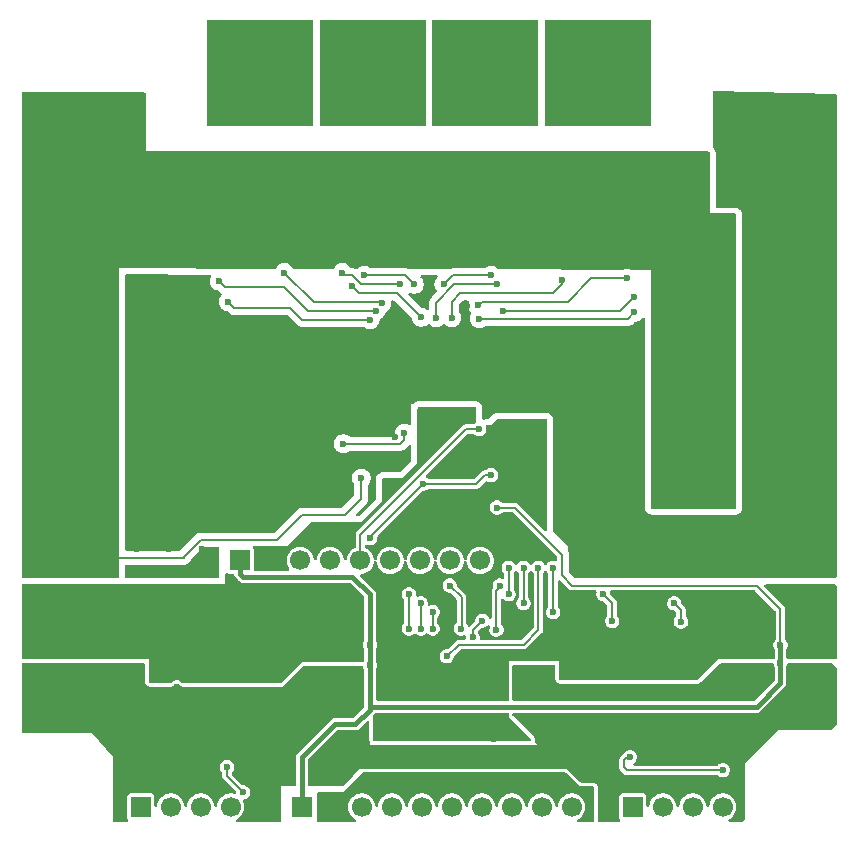
<source format=gbr>
%TF.GenerationSoftware,KiCad,Pcbnew,9.0.7-9.0.7~ubuntu22.04.1*%
%TF.CreationDate,2026-02-07T19:05:41-07:00*%
%TF.ProjectId,Power_Brick,506f7765-725f-4427-9269-636b2e6b6963,1.1*%
%TF.SameCoordinates,Original*%
%TF.FileFunction,Copper,L2,Bot*%
%TF.FilePolarity,Positive*%
%FSLAX46Y46*%
G04 Gerber Fmt 4.6, Leading zero omitted, Abs format (unit mm)*
G04 Created by KiCad (PCBNEW 9.0.7-9.0.7~ubuntu22.04.1) date 2026-02-07 19:05:41*
%MOMM*%
%LPD*%
G01*
G04 APERTURE LIST*
%TA.AperFunction,ComponentPad*%
%ADD10R,1.700000X1.700000*%
%TD*%
%TA.AperFunction,ComponentPad*%
%ADD11C,1.700000*%
%TD*%
%TA.AperFunction,ComponentPad*%
%ADD12C,0.600000*%
%TD*%
%TA.AperFunction,ComponentPad*%
%ADD13C,2.300000*%
%TD*%
%TA.AperFunction,SMDPad,CuDef*%
%ADD14R,9.000000X9.000000*%
%TD*%
%TA.AperFunction,ViaPad*%
%ADD15C,0.600000*%
%TD*%
%TA.AperFunction,ViaPad*%
%ADD16C,0.500000*%
%TD*%
%TA.AperFunction,ViaPad*%
%ADD17C,1.600000*%
%TD*%
%TA.AperFunction,Conductor*%
%ADD18C,0.200000*%
%TD*%
%TA.AperFunction,Conductor*%
%ADD19C,2.000000*%
%TD*%
%TA.AperFunction,Conductor*%
%ADD20C,0.400000*%
%TD*%
G04 APERTURE END LIST*
D10*
%TO.P,J1,1,Pin_1*%
%TO.N,+3.3V*%
X201710000Y-158856250D03*
D11*
%TO.P,J1,2,Pin_2*%
%TO.N,GNDD*%
X204250000Y-158856250D03*
%TO.P,J1,3,Pin_3*%
%TO.N,/SCLK*%
X206790000Y-158856250D03*
%TO.P,J1,4,Pin_4*%
%TO.N,/SDI*%
X209330000Y-158856250D03*
%TO.P,J1,5,Pin_5*%
%TO.N,/SDO*%
X211870000Y-158856250D03*
%TO.P,J1,6,Pin_6*%
%TO.N,/SCS*%
X214410000Y-158856250D03*
%TO.P,J1,7,Pin_7*%
%TO.N,/CS_T1*%
X216950000Y-158856250D03*
%TO.P,J1,8,Pin_8*%
%TO.N,/CS_T2*%
X219490000Y-158856250D03*
%TO.P,J1,9,Pin_9*%
%TO.N,/DRDY_N_T1*%
X222030000Y-158856250D03*
%TO.P,J1,10,Pin_10*%
%TO.N,/DRDY_N_T2*%
X224570000Y-158856250D03*
%TD*%
D10*
%TO.P,J6,1,Pin_1*%
%TO.N,/R1N_T1*%
X188077500Y-158856250D03*
D11*
%TO.P,J6,2,Pin_2*%
%TO.N,/R1P_T1*%
X190617500Y-158856250D03*
%TO.P,J6,3,Pin_3*%
%TO.N,/R0N_T1*%
X193157500Y-158856250D03*
%TO.P,J6,4,Pin_4*%
%TO.N,/R0P_T1*%
X195697500Y-158856250D03*
%TD*%
D12*
%TO.P,J4,1,1*%
%TO.N,GND*%
X242700000Y-107106250D03*
X238600000Y-107056250D03*
X239925000Y-107056250D03*
X241350000Y-107056250D03*
X242100000Y-106656250D03*
X243425000Y-106656250D03*
X239300000Y-106606250D03*
X240625000Y-106606250D03*
D13*
X245750000Y-106306250D03*
D12*
X241400000Y-106206250D03*
X242725000Y-106206250D03*
X238600000Y-106156250D03*
X239925000Y-106156250D03*
X242100000Y-105706250D03*
X243425000Y-105706250D03*
X239300000Y-105656250D03*
X240625000Y-105656250D03*
X241400000Y-105206250D03*
X242725000Y-105206250D03*
X238600000Y-105156250D03*
X239925000Y-105156250D03*
X242100000Y-104706250D03*
X243425000Y-104706250D03*
X239300000Y-104656250D03*
X240625000Y-104656250D03*
X241425000Y-104206250D03*
X238625000Y-104156250D03*
X239950000Y-104156250D03*
X239325000Y-103656250D03*
X240650000Y-103656250D03*
X238625000Y-103156250D03*
X239950000Y-103156250D03*
D13*
X242500000Y-103106250D03*
D14*
X242500000Y-103106250D03*
D12*
X239325000Y-102656250D03*
X240650000Y-102656250D03*
X238625000Y-102156250D03*
X239950000Y-102156250D03*
X241400000Y-101956250D03*
X243450000Y-101706250D03*
X239325000Y-101656250D03*
X240650000Y-101656250D03*
X242100000Y-101556250D03*
X242750000Y-101206250D03*
X238625000Y-101156250D03*
X239950000Y-101156250D03*
X241400000Y-101056250D03*
X243450000Y-100706250D03*
X239325000Y-100656250D03*
X240650000Y-100656250D03*
X242125000Y-100656250D03*
X241425000Y-100206250D03*
X242750000Y-100206250D03*
X238625000Y-100156250D03*
X239950000Y-100156250D03*
D13*
X245750000Y-99806250D03*
D12*
X242125000Y-99706250D03*
X243450000Y-99706250D03*
X239325000Y-99656250D03*
X240650000Y-99656250D03*
X241425000Y-99206250D03*
X242750000Y-99206250D03*
X238625000Y-99156250D03*
X239950000Y-99156250D03*
%TD*%
D10*
%TO.P,J7,1,Pin_1*%
%TO.N,/R1N_T2*%
X229750000Y-158856250D03*
D11*
%TO.P,J7,2,Pin_2*%
%TO.N,/R1P_T2*%
X232290000Y-158856250D03*
%TO.P,J7,3,Pin_3*%
%TO.N,/R0N_T2*%
X234830000Y-158856250D03*
%TO.P,J7,4,Pin_4*%
%TO.N,/R0P_T2*%
X237370000Y-158856250D03*
%TD*%
D12*
%TO.P,U1,39,PAD*%
%TO.N,GND*%
X209249999Y-123906250D03*
X210549999Y-123906250D03*
X211849999Y-123906250D03*
X213150001Y-123906250D03*
X214450001Y-123906250D03*
X215750001Y-123906250D03*
X216700000Y-123906250D03*
X208250000Y-123856250D03*
X209249999Y-122606250D03*
X210549999Y-122606250D03*
X211849999Y-122606250D03*
X213150001Y-122606250D03*
X214450001Y-122606250D03*
X215750001Y-122606250D03*
X216700000Y-122606250D03*
X208250000Y-122556250D03*
X209249999Y-121306250D03*
X210549999Y-121306250D03*
X211849999Y-121306250D03*
X213150001Y-121306250D03*
X214450001Y-121306250D03*
X215750001Y-121306250D03*
X216700000Y-121306250D03*
X208250000Y-121256250D03*
%TD*%
D10*
%TO.P,J2,1,Pin_1*%
%TO.N,+3.3V*%
X196510000Y-137986250D03*
D11*
%TO.P,J2,2,Pin_2*%
%TO.N,GNDD*%
X199050000Y-137986250D03*
%TO.P,J2,3,Pin_3*%
%TO.N,/SLEEP_N_IN*%
X201590000Y-137986250D03*
%TO.P,J2,4,Pin_4*%
%TO.N,/RESET*%
X204130000Y-137986250D03*
%TO.P,J2,5,Pin_5*%
%TO.N,/FAULT_N*%
X206670000Y-137986250D03*
%TO.P,J2,6,Pin_6*%
%TO.N,/AIN1*%
X209210000Y-137986250D03*
%TO.P,J2,7,Pin_7*%
%TO.N,/AIN2*%
X211750000Y-137986250D03*
%TO.P,J2,8,Pin_8*%
%TO.N,/BIN1*%
X214290000Y-137986250D03*
%TO.P,J2,9,Pin_9*%
%TO.N,/BIN2*%
X216830000Y-137986250D03*
%TD*%
D12*
%TO.P,J5,1,1*%
%TO.N,/MB2*%
X230700000Y-97750000D03*
X230700000Y-96425000D03*
X230650000Y-100550000D03*
X230650000Y-99225000D03*
X230250000Y-97050000D03*
X230250000Y-95725000D03*
X230200000Y-99850000D03*
X230200000Y-98525000D03*
D13*
X229980000Y-93500000D03*
D12*
X229800000Y-97750000D03*
X229800000Y-96425000D03*
X229750000Y-100550000D03*
X229750000Y-99225000D03*
X229300000Y-97050000D03*
X229300000Y-95725000D03*
X229250000Y-99850000D03*
X229250000Y-98525000D03*
X228800000Y-97750000D03*
X228800000Y-96425000D03*
X228750000Y-100550000D03*
X228750000Y-99225000D03*
X228300000Y-97050000D03*
X228300000Y-95725000D03*
X228250000Y-99850000D03*
X228250000Y-98525000D03*
X227800000Y-97725000D03*
X227750000Y-100525000D03*
X227750000Y-99200000D03*
X227250000Y-99825000D03*
X227250000Y-98500000D03*
D13*
X226780000Y-96750000D03*
D14*
X226780000Y-96750000D03*
D12*
X226750000Y-100525000D03*
X226750000Y-99200000D03*
X226250000Y-99825000D03*
X226250000Y-98500000D03*
X225750000Y-100525000D03*
X225750000Y-99200000D03*
X225550000Y-97750000D03*
X225300000Y-95700000D03*
X225250000Y-99825000D03*
X225250000Y-98500000D03*
X225150000Y-97050000D03*
X224800000Y-96400000D03*
X224750000Y-100525000D03*
X224750000Y-99200000D03*
X224650000Y-97750000D03*
X224300000Y-95700000D03*
X224250000Y-99825000D03*
X224250000Y-98500000D03*
X224250000Y-97025000D03*
X223800000Y-97725000D03*
X223800000Y-96400000D03*
X223750000Y-100525000D03*
X223750000Y-99200000D03*
D13*
X223480000Y-93500000D03*
D12*
X223300000Y-97025000D03*
X223300000Y-95700000D03*
X223250000Y-99825000D03*
X223250000Y-98500000D03*
X222800000Y-97725000D03*
X222800000Y-96400000D03*
X222750000Y-100525000D03*
X222750000Y-99200000D03*
%TO.P,J5,2,2*%
%TO.N,/MB1*%
X221200000Y-97600000D03*
X221200000Y-96275000D03*
X221150000Y-100400000D03*
X221150000Y-99075000D03*
X220750000Y-96900000D03*
X220750000Y-95575000D03*
X220700000Y-99700000D03*
X220700000Y-98375000D03*
D13*
X220480000Y-93500000D03*
D12*
X220300000Y-97600000D03*
X220300000Y-96275000D03*
X220250000Y-100400000D03*
X220250000Y-99075000D03*
X219800000Y-96900000D03*
X219800000Y-95575000D03*
X219750000Y-99700000D03*
X219750000Y-98375000D03*
X219300000Y-97600000D03*
X219300000Y-96275000D03*
X219250000Y-100400000D03*
X219250000Y-99075000D03*
X218800000Y-96900000D03*
X218800000Y-95575000D03*
X218750000Y-99700000D03*
X218750000Y-98375000D03*
X218300000Y-97575000D03*
X218250000Y-100375000D03*
X218250000Y-99050000D03*
X217750000Y-99675000D03*
X217750000Y-98350000D03*
D13*
X217260000Y-96750000D03*
D14*
X217260000Y-96750000D03*
D12*
X217250000Y-100375000D03*
X217250000Y-99050000D03*
X216750000Y-99675000D03*
X216750000Y-98350000D03*
X216250000Y-100375000D03*
X216250000Y-99050000D03*
X216050000Y-97600000D03*
X215800000Y-95550000D03*
X215750000Y-99675000D03*
X215750000Y-98350000D03*
X215650000Y-96900000D03*
X215300000Y-96250000D03*
X215250000Y-100375000D03*
X215250000Y-99050000D03*
X215150000Y-97600000D03*
X214800000Y-95550000D03*
X214750000Y-99675000D03*
X214750000Y-98350000D03*
X214750000Y-96875000D03*
X214300000Y-97575000D03*
X214300000Y-96250000D03*
X214250000Y-100375000D03*
X214250000Y-99050000D03*
D13*
X213980000Y-93500000D03*
D12*
X213800000Y-96875000D03*
X213800000Y-95550000D03*
X213750000Y-99675000D03*
X213750000Y-98350000D03*
X213300000Y-97575000D03*
X213300000Y-96250000D03*
X213250000Y-100375000D03*
X213250000Y-99050000D03*
%TO.P,J5,3,3*%
%TO.N,/MA2*%
X211650000Y-97600000D03*
X211650000Y-96275000D03*
X211600000Y-100400000D03*
X211600000Y-99075000D03*
X211300000Y-96900000D03*
X211300000Y-95575000D03*
X211250000Y-99700000D03*
X211250000Y-98375000D03*
D13*
X210980000Y-93750000D03*
D12*
X210850000Y-97600000D03*
X210850000Y-96275000D03*
X210800000Y-100400000D03*
X210800000Y-99075000D03*
X210350000Y-96900000D03*
X210350000Y-95575000D03*
X210300000Y-99700000D03*
X210300000Y-98375000D03*
X209850000Y-97600000D03*
X209850000Y-96275000D03*
X209800000Y-100400000D03*
X209800000Y-99075000D03*
X209350000Y-96900000D03*
X209350000Y-95575000D03*
X209300000Y-99700000D03*
X209300000Y-98375000D03*
X208850000Y-97575000D03*
X208800000Y-100375000D03*
X208800000Y-99050000D03*
X208300000Y-99675000D03*
X208300000Y-98350000D03*
X207800000Y-100375000D03*
X207800000Y-99050000D03*
D13*
X207740000Y-96750000D03*
D14*
X207740000Y-96750000D03*
D12*
X207300000Y-99675000D03*
X207300000Y-98350000D03*
X206800000Y-100375000D03*
X206800000Y-99050000D03*
X206600000Y-97600000D03*
X206350000Y-95550000D03*
X206300000Y-99675000D03*
X206300000Y-98350000D03*
X206200000Y-96900000D03*
X205850000Y-96250000D03*
X205800000Y-100375000D03*
X205800000Y-99050000D03*
X205700000Y-97600000D03*
X205350000Y-95550000D03*
X205300000Y-99675000D03*
X205300000Y-98350000D03*
X205300000Y-96875000D03*
X204850000Y-97575000D03*
X204850000Y-96250000D03*
X204800000Y-100375000D03*
X204800000Y-99050000D03*
D13*
X204480000Y-93750000D03*
D12*
X204350000Y-96875000D03*
X204350000Y-95550000D03*
X204300000Y-99675000D03*
X204300000Y-98350000D03*
X203850000Y-97575000D03*
X203850000Y-96250000D03*
X203800000Y-100375000D03*
X203800000Y-99050000D03*
%TO.P,J5,4,4*%
%TO.N,/MA1*%
X202150000Y-97550000D03*
X202150000Y-96225000D03*
X202100000Y-100350000D03*
X202100000Y-99025000D03*
X201750000Y-96825000D03*
X201750000Y-95500000D03*
X201700000Y-99625000D03*
X201700000Y-98300000D03*
D13*
X201480000Y-93750000D03*
D12*
X201300000Y-97525000D03*
X201300000Y-96200000D03*
X201250000Y-100325000D03*
X201250000Y-99000000D03*
X200800000Y-96825000D03*
X200800000Y-95500000D03*
X200750000Y-99625000D03*
X200750000Y-98300000D03*
X200300000Y-97525000D03*
X200300000Y-96200000D03*
X200250000Y-100325000D03*
X200250000Y-99000000D03*
X199800000Y-96825000D03*
X199800000Y-95500000D03*
X199750000Y-99625000D03*
X199750000Y-98300000D03*
X199300000Y-97500000D03*
X199250000Y-100300000D03*
X199250000Y-98975000D03*
X198750000Y-99600000D03*
X198750000Y-98275000D03*
X198250000Y-100300000D03*
X198250000Y-98975000D03*
D13*
X198220000Y-96750000D03*
D14*
X198220000Y-96750000D03*
D12*
X197750000Y-99600000D03*
X197750000Y-98275000D03*
X197250000Y-100300000D03*
X197250000Y-98975000D03*
X197050000Y-97525000D03*
X196800000Y-95475000D03*
X196750000Y-99600000D03*
X196750000Y-98275000D03*
X196650000Y-96825000D03*
X196300000Y-96175000D03*
X196250000Y-100300000D03*
X196250000Y-98975000D03*
X196150000Y-97525000D03*
X195800000Y-95475000D03*
X195750000Y-99600000D03*
X195750000Y-98275000D03*
X195750000Y-96800000D03*
X195300000Y-97500000D03*
X195300000Y-96175000D03*
X195250000Y-100300000D03*
X195250000Y-98975000D03*
D13*
X194980000Y-93750000D03*
D12*
X194800000Y-96800000D03*
X194800000Y-95475000D03*
X194750000Y-99600000D03*
X194750000Y-98275000D03*
X194300000Y-97500000D03*
X194300000Y-96175000D03*
X194250000Y-100300000D03*
X194250000Y-98975000D03*
%TD*%
%TO.P,J3,1,1*%
%TO.N,VBUS*%
X182300000Y-99106250D03*
X186400000Y-99156250D03*
X185075000Y-99156250D03*
X183650000Y-99156250D03*
X182900000Y-99556250D03*
X181575000Y-99556250D03*
X185700000Y-99606250D03*
X184375000Y-99606250D03*
D13*
X179250000Y-99906250D03*
D12*
X183600000Y-100006250D03*
X182275000Y-100006250D03*
X186400000Y-100056250D03*
X185075000Y-100056250D03*
X182900000Y-100506250D03*
X181575000Y-100506250D03*
X185700000Y-100556250D03*
X184375000Y-100556250D03*
X183600000Y-101006250D03*
X182275000Y-101006250D03*
X186400000Y-101056250D03*
X185075000Y-101056250D03*
X182900000Y-101506250D03*
X181575000Y-101506250D03*
X185700000Y-101556250D03*
X184375000Y-101556250D03*
X183575000Y-102006250D03*
X186375000Y-102056250D03*
X185050000Y-102056250D03*
X185675000Y-102556250D03*
X184350000Y-102556250D03*
X186375000Y-103056250D03*
X185050000Y-103056250D03*
D13*
X182500000Y-103106250D03*
D14*
X182500000Y-103106250D03*
D12*
X185675000Y-103556250D03*
X184350000Y-103556250D03*
X186375000Y-104056250D03*
X185050000Y-104056250D03*
X183600000Y-104256250D03*
X181550000Y-104506250D03*
X185675000Y-104556250D03*
X184350000Y-104556250D03*
X182900000Y-104656250D03*
X182250000Y-105006250D03*
X186375000Y-105056250D03*
X185050000Y-105056250D03*
X183600000Y-105156250D03*
X181550000Y-105506250D03*
X185675000Y-105556250D03*
X184350000Y-105556250D03*
X182875000Y-105556250D03*
X183575000Y-106006250D03*
X182250000Y-106006250D03*
X186375000Y-106056250D03*
X185050000Y-106056250D03*
D13*
X179250000Y-106406250D03*
D12*
X182875000Y-106506250D03*
X181550000Y-106506250D03*
X185675000Y-106556250D03*
X184350000Y-106556250D03*
X183575000Y-107006250D03*
X182250000Y-107006250D03*
X186375000Y-107056250D03*
X185050000Y-107056250D03*
%TD*%
D15*
%TO.N,+5V*%
X210390955Y-127207574D03*
X205250000Y-128106250D03*
%TO.N,GND*%
X187750000Y-126500000D03*
X223500000Y-126750000D03*
X189250000Y-138750000D03*
X220000000Y-124250000D03*
X243000000Y-126856250D03*
X190500000Y-134750000D03*
X196000000Y-124250000D03*
X237250000Y-137500000D03*
X231750000Y-134500000D03*
X187750000Y-134750000D03*
X215674265Y-116424265D03*
X190500000Y-130750000D03*
X226250000Y-134500000D03*
X219750000Y-121750000D03*
X193250000Y-126500000D03*
X226250000Y-125500000D03*
X203750000Y-120000000D03*
X226250000Y-126750000D03*
X198750000Y-134750000D03*
X245750000Y-126856250D03*
X190500000Y-124250000D03*
X187750000Y-122000000D03*
X190500000Y-126500000D03*
X223500000Y-131250000D03*
X229000000Y-129000000D03*
X225000000Y-121750000D03*
X229000000Y-126750000D03*
X218000000Y-121750000D03*
X187750000Y-130750000D03*
X223500000Y-134500000D03*
X243000000Y-131106250D03*
X245750000Y-116000000D03*
X207250000Y-118606250D03*
X240500000Y-121856250D03*
X229000000Y-131250000D03*
X231750000Y-137500000D03*
X200750000Y-121750000D03*
X245750000Y-131106250D03*
X221750000Y-124250000D03*
X245750000Y-119606250D03*
X226250000Y-124250000D03*
X198750000Y-126500000D03*
X187750000Y-128500000D03*
X237250000Y-134500000D03*
X190500000Y-119750000D03*
X240500000Y-134500000D03*
X187750000Y-124250000D03*
X229000000Y-134500000D03*
X240500000Y-116000000D03*
X229000000Y-137500000D03*
X226250000Y-137500000D03*
X193250000Y-124250000D03*
X227625000Y-125500000D03*
X193250000Y-137000000D03*
X205500000Y-124250000D03*
X234750000Y-137500000D03*
X223500000Y-120750000D03*
X218000000Y-120000000D03*
X205000000Y-133000000D03*
X190500000Y-122000000D03*
X221750000Y-120000000D03*
X207000000Y-120000000D03*
X245750000Y-124356250D03*
X196000000Y-134750000D03*
X240500000Y-131106250D03*
X245750000Y-129106250D03*
X190500000Y-116000000D03*
X240500000Y-129106250D03*
X243000000Y-129106250D03*
X243000000Y-111856250D03*
X202250000Y-121000000D03*
X240500000Y-113856250D03*
X207000000Y-124250000D03*
X240500000Y-124356250D03*
X205500000Y-120000000D03*
X243000000Y-113856250D03*
X190500000Y-137000000D03*
X226250000Y-131250000D03*
X197375000Y-125375000D03*
X223500000Y-129000000D03*
X240500000Y-119606250D03*
X240500000Y-126856250D03*
X201500000Y-124250000D03*
X217750000Y-118750000D03*
X203750000Y-121750000D03*
X193250000Y-134750000D03*
X203750000Y-124250000D03*
X243000000Y-121856250D03*
X219750000Y-120000000D03*
X196000000Y-128500000D03*
X229000000Y-124250000D03*
X245750000Y-113856250D03*
X218000000Y-124250000D03*
X197375000Y-124250000D03*
X192000000Y-138750000D03*
X187750000Y-119750000D03*
X240500000Y-137500000D03*
X196000000Y-126500000D03*
X210000000Y-130000000D03*
X198750000Y-125375000D03*
X209600000Y-127500000D03*
X196000000Y-130750000D03*
X243000000Y-116000000D03*
X243000000Y-124356250D03*
X193250000Y-128500000D03*
X223500000Y-124250000D03*
X245750000Y-137500000D03*
X243000000Y-137500000D03*
X198750000Y-128500000D03*
X190500000Y-128500000D03*
X207000000Y-121750000D03*
X229000000Y-125500000D03*
X198750000Y-124250000D03*
X212500000Y-115250000D03*
X201500000Y-130750000D03*
X193250000Y-116000000D03*
X203750000Y-130750000D03*
X201500000Y-128500000D03*
X205500000Y-121750000D03*
X234750000Y-134500000D03*
X221750000Y-121750000D03*
X187750000Y-116000000D03*
X245750000Y-134500000D03*
X243000000Y-119606250D03*
X226250000Y-129000000D03*
X243000000Y-134500000D03*
X193250000Y-130750000D03*
X187750000Y-137000000D03*
X227625000Y-126750000D03*
X245750000Y-122000000D03*
X193250000Y-122000000D03*
X245750000Y-111856250D03*
X197350000Y-126500000D03*
X198750000Y-130750000D03*
X240500000Y-111856250D03*
X210175400Y-117250000D03*
X227625000Y-124250000D03*
X196000000Y-125375000D03*
%TO.N,VBUS*%
X190250000Y-111606250D03*
X182000000Y-111000000D03*
X231750000Y-111856250D03*
X234750000Y-124250000D03*
X182000000Y-124250000D03*
X187750000Y-104106250D03*
X231750000Y-131106250D03*
X215132267Y-111312021D03*
X184750000Y-113500000D03*
X208250000Y-112000000D03*
X214632267Y-112062021D03*
X234750000Y-121856250D03*
X182000000Y-126500000D03*
X214132267Y-111312021D03*
X184750000Y-137000000D03*
X237250000Y-111856250D03*
X208750000Y-111356250D03*
X212500000Y-111356250D03*
X212500000Y-107393750D03*
X234750000Y-126750000D03*
X217132267Y-112705771D03*
X214132267Y-112705771D03*
X237250000Y-129106250D03*
X193250000Y-111606250D03*
X187750000Y-110856250D03*
X231750000Y-129106250D03*
X184750000Y-134750000D03*
X234750000Y-131106250D03*
X231750000Y-116000000D03*
X237250000Y-113856250D03*
X234750000Y-111856250D03*
X237250000Y-116000000D03*
X212500000Y-110393750D03*
X212500000Y-109393750D03*
X187750000Y-107356250D03*
X184750000Y-122000000D03*
X215632267Y-112062021D03*
X184750000Y-111000000D03*
X234750000Y-116000000D03*
X184750000Y-119750000D03*
X237250000Y-119606250D03*
X182000000Y-116000000D03*
X182000000Y-130750000D03*
X231750000Y-113856250D03*
X184750000Y-130750000D03*
X182000000Y-134750000D03*
X231750000Y-126750000D03*
X209750000Y-112750000D03*
X237250000Y-131100000D03*
X179250000Y-137000000D03*
X179250000Y-119750000D03*
X207750000Y-111356250D03*
X212500000Y-106500000D03*
X210750000Y-111356250D03*
X209250000Y-112000000D03*
X182000000Y-137000000D03*
X206750000Y-131000000D03*
X207750000Y-112750000D03*
X182000000Y-113500000D03*
X184750000Y-126500000D03*
X216132267Y-111312021D03*
X234750000Y-113856250D03*
X179250000Y-124250000D03*
X231750000Y-121856250D03*
X208750000Y-112750000D03*
X216132267Y-112705771D03*
X179250000Y-122000000D03*
X182000000Y-128500000D03*
X179250000Y-130750000D03*
X179250000Y-116000000D03*
X237250000Y-124356250D03*
X179250000Y-128500000D03*
X184750000Y-116000000D03*
X215132267Y-112705771D03*
X217132267Y-111312021D03*
X212500000Y-112750000D03*
X210250000Y-112000000D03*
X212500000Y-108393750D03*
X231750000Y-119606250D03*
X211250000Y-112000000D03*
X182000000Y-119750000D03*
X179250000Y-113500000D03*
X210750000Y-112750000D03*
X184750000Y-128500000D03*
X179250000Y-111000000D03*
X182000000Y-122000000D03*
X209750000Y-111356250D03*
X237250000Y-126856250D03*
X231750000Y-124250000D03*
X179250000Y-126500000D03*
X179250000Y-134750000D03*
X234750000Y-129106250D03*
X216632267Y-112062021D03*
X234750000Y-119606250D03*
X237250000Y-121856250D03*
X184750000Y-124250000D03*
X213632267Y-112062021D03*
%TO.N,/SDO*%
X212800000Y-142356250D03*
X223000000Y-138606250D03*
X212800000Y-143750000D03*
X223000000Y-142356250D03*
%TO.N,/SDI*%
X211800000Y-143750000D03*
X220500000Y-138606250D03*
X220500000Y-141606250D03*
X233820369Y-143176619D03*
X233250000Y-141606250D03*
X211800000Y-141606250D03*
%TO.N,/SCS*%
X214000000Y-146106250D03*
X221750000Y-138606250D03*
%TO.N,/SCLK*%
X219250000Y-138606250D03*
X227250000Y-140856250D03*
X210800000Y-140856250D03*
X210800000Y-143750000D03*
X228000000Y-143106250D03*
X219250000Y-140856250D03*
%TO.N,/FAULT_N*%
X216750000Y-126856250D03*
%TO.N,/RESET*%
X211999998Y-131500000D03*
X207500000Y-136106250D03*
X217750000Y-130750000D03*
%TO.N,GNDA*%
X243500000Y-147356250D03*
X194500000Y-157606250D03*
D16*
X240750000Y-147750000D03*
D15*
X184750000Y-147606250D03*
X189500000Y-157606250D03*
D17*
X226750000Y-153606250D03*
D15*
X233500000Y-157356250D03*
X243500000Y-151856250D03*
X191250000Y-155606250D03*
X187000000Y-156606250D03*
D16*
X188500000Y-149000000D03*
D15*
X191750000Y-157606250D03*
X203500000Y-148106250D03*
X228000000Y-157356250D03*
X234250000Y-154750000D03*
X220000000Y-148356250D03*
X238750000Y-151606250D03*
X206250000Y-147856250D03*
X235000000Y-152106250D03*
X226095369Y-148733705D03*
X231000000Y-157356250D03*
X238500000Y-148106250D03*
D16*
X201000000Y-149000000D03*
D15*
X238250000Y-157356250D03*
D16*
X223500000Y-149000000D03*
X220250000Y-151250000D03*
D15*
X199750000Y-152856250D03*
X191137500Y-148731253D03*
D17*
X204250000Y-154856250D03*
D15*
X191750000Y-151856250D03*
X199000000Y-157106250D03*
X179250000Y-147606250D03*
D16*
X230750000Y-149250000D03*
D15*
X179250000Y-151606250D03*
X236000000Y-157356250D03*
%TO.N,+3.3V*%
X218250000Y-133500000D03*
X207500000Y-146856250D03*
X242250000Y-146633702D03*
X207500000Y-145106250D03*
X242250000Y-145133702D03*
%TO.N,GNDD*%
X226718076Y-147378636D03*
X243500000Y-145106250D03*
X219250000Y-156856250D03*
X231000000Y-143856250D03*
X221750000Y-133500000D03*
X220500000Y-127500000D03*
X225750000Y-147500000D03*
X214000000Y-144500000D03*
X219750000Y-144000000D03*
X188500000Y-140856250D03*
X179250000Y-145106250D03*
X231000000Y-140856250D03*
X205500000Y-143856250D03*
X196250000Y-141750000D03*
X212000000Y-156856250D03*
X207250000Y-156856250D03*
X223750000Y-156856250D03*
X209500000Y-152106250D03*
X179250000Y-141106250D03*
X209750000Y-156856250D03*
X225750000Y-144000000D03*
X218000000Y-153106250D03*
X191000000Y-147750000D03*
X203500000Y-136100000D03*
X191760207Y-147376184D03*
X221500000Y-156856250D03*
X209500000Y-145106250D03*
X217000000Y-127750000D03*
X209500000Y-148356250D03*
X239500000Y-141606250D03*
X243750000Y-140856250D03*
X212250000Y-134250000D03*
X211750000Y-132750000D03*
X216500000Y-156856250D03*
X217750000Y-132000000D03*
%TO.N,/A1HS*%
X208000000Y-116856250D03*
X194750000Y-114356250D03*
%TO.N,/A1LS*%
X200250000Y-113606250D03*
X208500000Y-116206250D03*
%TO.N,/A2HS*%
X207000000Y-113856250D03*
X211250000Y-114606250D03*
%TO.N,/A2LS*%
X205155000Y-113606250D03*
X210000000Y-114606250D03*
%TO.N,/B1HS*%
X213750000Y-114606250D03*
X217750000Y-113856250D03*
%TO.N,/B1LS*%
X223750000Y-114250000D03*
X214428125Y-117428125D03*
%TO.N,/B2LS*%
X229250000Y-114106250D03*
X216609578Y-116376809D03*
%TO.N,/AOUT1*%
X195481671Y-116069593D03*
X207500000Y-117606250D03*
%TO.N,/BOUT2*%
X229812500Y-115668750D03*
X218750000Y-116856250D03*
%TO.N,/B2HS*%
X229875000Y-116981250D03*
X216750000Y-117500000D03*
%TO.N,/AOUT2*%
X206000000Y-114750000D03*
X211850000Y-117400000D03*
%TO.N,/BOUT1*%
X213100000Y-117420000D03*
X218250000Y-114606250D03*
%TO.N,/CS_T1*%
X215200000Y-143750000D03*
X214250000Y-140106250D03*
%TO.N,/CS_T2*%
X217000000Y-143092341D03*
X216200000Y-144500000D03*
%TO.N,/DRDY_N_T2*%
X218500000Y-140106250D03*
X218200000Y-143856250D03*
%TO.N,/R0P_T1*%
X195387500Y-155468750D03*
X196750000Y-157606250D03*
%TO.N,/R0P_T2*%
X237370000Y-155736250D03*
X229500000Y-154633702D03*
%TD*%
D18*
%TO.N,/CS_T2*%
X216200000Y-144500000D02*
X216200000Y-143892341D01*
X216200000Y-143892341D02*
X217000000Y-143092341D01*
%TO.N,/CS_T1*%
X215200000Y-143750000D02*
X215250000Y-143700000D01*
X215250000Y-143700000D02*
X215250000Y-141106250D01*
X215250000Y-141106250D02*
X214250000Y-140106250D01*
%TO.N,/DRDY_N_T2*%
X218500000Y-140106250D02*
X218500000Y-140231250D01*
X218500000Y-140231250D02*
X218200000Y-140531250D01*
X218200000Y-140531250D02*
X218200000Y-143856250D01*
%TO.N,+5V*%
X210390955Y-127775179D02*
X210390955Y-127207574D01*
X210059884Y-128106250D02*
X210390955Y-127775179D01*
X205250000Y-128106250D02*
X210059884Y-128106250D01*
%TO.N,VBUS*%
X206750000Y-131000000D02*
X206750000Y-132750000D01*
X185500000Y-137750000D02*
X184750000Y-137000000D01*
X206750000Y-132750000D02*
X205375000Y-134125000D01*
X205375000Y-134125000D02*
X201750000Y-134125000D01*
X191750000Y-137650057D02*
X191750000Y-137750000D01*
X191750000Y-137750000D02*
X185500000Y-137750000D01*
X199625000Y-136250000D02*
X193150057Y-136250000D01*
X193150057Y-136250000D02*
X191750000Y-137650057D01*
X201750000Y-134125000D02*
X199625000Y-136250000D01*
%TO.N,/SDO*%
X212800000Y-142356250D02*
X212800000Y-143750000D01*
X223000000Y-142356250D02*
X223000000Y-138606250D01*
%TO.N,/SDI*%
X233250000Y-141606250D02*
X233820369Y-142176619D01*
X233820369Y-142176619D02*
X233820369Y-143176619D01*
X211800000Y-141606250D02*
X211800000Y-143750000D01*
X220500000Y-141606250D02*
X220500000Y-138606250D01*
%TO.N,/SCS*%
X215000000Y-145106250D02*
X214000000Y-146106250D01*
X221750000Y-143856250D02*
X221750000Y-138606250D01*
X220500000Y-145106250D02*
X221750000Y-143856250D01*
X215000000Y-145106250D02*
X220500000Y-145106250D01*
%TO.N,/SCLK*%
X228000000Y-143106250D02*
X228000000Y-141606250D01*
X210800000Y-140856250D02*
X210800000Y-143750000D01*
X219250000Y-140856250D02*
X219250000Y-138606250D01*
X228000000Y-141606250D02*
X227250000Y-140856250D01*
%TO.N,/FAULT_N*%
X206670000Y-135830000D02*
X206670000Y-137986250D01*
X216750000Y-126856250D02*
X216549998Y-126856250D01*
X215650332Y-126849668D02*
X206670000Y-135830000D01*
X216543416Y-126849668D02*
X215650332Y-126849668D01*
%TO.N,/RESET*%
X216500000Y-131500000D02*
X211999998Y-131500000D01*
X217750000Y-130750000D02*
X217250000Y-130750000D01*
X207500000Y-136106250D02*
X207500000Y-136000000D01*
X217250000Y-130750000D02*
X216500000Y-131500000D01*
X207500000Y-136000000D02*
X211999998Y-131500000D01*
X204130000Y-137986250D02*
X204000000Y-137856250D01*
D19*
%TO.N,GNDA*%
X204499000Y-154607250D02*
X204250000Y-154856250D01*
X225749000Y-154607250D02*
X204499000Y-154607250D01*
X226750000Y-153606250D02*
X225749000Y-154607250D01*
D18*
%TO.N,+3.3V*%
X223750000Y-139250000D02*
X224606250Y-140106250D01*
D20*
X201710000Y-154646250D02*
X204500000Y-151856250D01*
X201710000Y-158856250D02*
X201710000Y-154646250D01*
D18*
X218250000Y-133500000D02*
X219750000Y-133500000D01*
D20*
X240250000Y-150356250D02*
X242250000Y-148356250D01*
D18*
X224606250Y-140106250D02*
X240250000Y-140106250D01*
X242250000Y-142106250D02*
X242250000Y-145133702D01*
X223750000Y-137500000D02*
X223750000Y-139250000D01*
D20*
X206250000Y-151856250D02*
X207500000Y-150606250D01*
X207500000Y-150606250D02*
X207500000Y-150356250D01*
X196510000Y-139116250D02*
X196510000Y-137986250D01*
D18*
X240250000Y-140106250D02*
X242250000Y-142106250D01*
D20*
X206000000Y-139356250D02*
X196750000Y-139356250D01*
X207500000Y-145106250D02*
X207500000Y-142106250D01*
X207500000Y-146856250D02*
X207500000Y-145106250D01*
X207500000Y-150356250D02*
X207500000Y-146856250D01*
X204500000Y-151856250D02*
X206250000Y-151856250D01*
X242250000Y-146633702D02*
X242250000Y-145133702D01*
D18*
X219750000Y-133500000D02*
X223750000Y-137500000D01*
D20*
X207500000Y-140856250D02*
X206000000Y-139356250D01*
X207500000Y-150356250D02*
X240250000Y-150356250D01*
X242250000Y-148356250D02*
X242250000Y-146633702D01*
X196750000Y-139356250D02*
X196510000Y-139116250D01*
X207500000Y-140856250D02*
X207500000Y-142106250D01*
D18*
%TO.N,/A1HS*%
X202250000Y-116856250D02*
X200250000Y-114856250D01*
X200250000Y-114856250D02*
X195250000Y-114856250D01*
X208000000Y-116856250D02*
X202250000Y-116856250D01*
X195250000Y-114856250D02*
X194750000Y-114356250D01*
%TO.N,/A1LS*%
X208400000Y-116106250D02*
X202750000Y-116106250D01*
X202750000Y-116106250D02*
X200250000Y-113606250D01*
X208500000Y-116206250D02*
X208400000Y-116106250D01*
%TO.N,/A2HS*%
X207000000Y-113856250D02*
X210500000Y-113856250D01*
X210500000Y-113856250D02*
X211250000Y-114606250D01*
%TO.N,/A2LS*%
X205405000Y-113856250D02*
X205155000Y-113606250D01*
X206750000Y-114606250D02*
X206000000Y-113856250D01*
X206000000Y-113856250D02*
X205405000Y-113856250D01*
X210000000Y-114606250D02*
X206750000Y-114606250D01*
%TO.N,/B1HS*%
X214500000Y-113856250D02*
X213750000Y-114606250D01*
X217750000Y-113856250D02*
X214500000Y-113856250D01*
%TO.N,/B1LS*%
X223750000Y-114606250D02*
X223000000Y-115356250D01*
X215143750Y-115356250D02*
X214428125Y-116071875D01*
X214428125Y-116071875D02*
X214428125Y-117428125D01*
X223000000Y-115356250D02*
X215143750Y-115356250D01*
X223750000Y-114250000D02*
X223750000Y-114606250D01*
%TO.N,/B2LS*%
X216729441Y-116376809D02*
X216609578Y-116376809D01*
X226250000Y-114106250D02*
X224250000Y-116106250D01*
X224250000Y-116106250D02*
X217000000Y-116106250D01*
X229250000Y-114106250D02*
X226250000Y-114106250D01*
X217000000Y-116106250D02*
X216729441Y-116376809D01*
%TO.N,/AOUT1*%
X196018328Y-116606250D02*
X195481671Y-116069593D01*
X200750000Y-116606250D02*
X196018328Y-116606250D01*
X200750000Y-116606250D02*
X201737800Y-117594050D01*
X195481671Y-116069593D02*
X195536657Y-116069593D01*
X207500000Y-117606250D02*
X201750000Y-117606250D01*
%TO.N,/BOUT2*%
X228625000Y-116856250D02*
X229812500Y-115668750D01*
X218750000Y-116856250D02*
X228625000Y-116856250D01*
%TO.N,/B2HS*%
X216750000Y-117500000D02*
X229356250Y-117500000D01*
X229356250Y-117500000D02*
X229875000Y-116981250D01*
%TO.N,/AOUT2*%
X211793750Y-117400000D02*
X211850000Y-117400000D01*
X206606250Y-115356250D02*
X209750000Y-115356250D01*
X209750000Y-115356250D02*
X211793750Y-117400000D01*
X206000000Y-114750000D02*
X206606250Y-115356250D01*
%TO.N,/BOUT1*%
X214643750Y-114606250D02*
X213100000Y-116150000D01*
X218250000Y-114606250D02*
X214643750Y-114606250D01*
X213100000Y-116150000D02*
X213100000Y-117420000D01*
X213099000Y-117428125D02*
X213178125Y-117428125D01*
%TO.N,/R0P_T1*%
X195387500Y-156243750D02*
X196750000Y-157606250D01*
X195387500Y-155468750D02*
X195387500Y-156243750D01*
%TO.N,/R0P_T2*%
X229222548Y-154633702D02*
X229500000Y-154633702D01*
X237370000Y-155736250D02*
X237357480Y-155748770D01*
X229000000Y-154856250D02*
X229222548Y-154633702D01*
X229000000Y-155481250D02*
X229000000Y-154856250D01*
X237357480Y-155748770D02*
X229267520Y-155748770D01*
X229267520Y-155748770D02*
X229000000Y-155481250D01*
%TD*%
%TA.AperFunction,Conductor*%
%TO.N,GNDA*%
G36*
X246571177Y-146681435D02*
G01*
X246591819Y-146698069D01*
X246963181Y-147069431D01*
X246996666Y-147130754D01*
X246999500Y-147157112D01*
X246999500Y-151805388D01*
X246979815Y-151872427D01*
X246963181Y-151893069D01*
X246536319Y-152319931D01*
X246474996Y-152353416D01*
X246448638Y-152356250D01*
X241999999Y-152356250D01*
X239250000Y-155106249D01*
X239250000Y-159804888D01*
X239230315Y-159871927D01*
X239213681Y-159892569D01*
X239036819Y-160069431D01*
X238975496Y-160102916D01*
X238949138Y-160105750D01*
X237968411Y-160105750D01*
X237901372Y-160086065D01*
X237855617Y-160033261D01*
X237845673Y-159964103D01*
X237874698Y-159900547D01*
X237912116Y-159871265D01*
X237972994Y-159840246D01*
X238119501Y-159733803D01*
X238247553Y-159605751D01*
X238353996Y-159459244D01*
X238436211Y-159297889D01*
X238492171Y-159125659D01*
X238506765Y-159033509D01*
X238520500Y-158946801D01*
X238520500Y-158765698D01*
X238503501Y-158658375D01*
X238492171Y-158586841D01*
X238436211Y-158414611D01*
X238436211Y-158414610D01*
X238407740Y-158358734D01*
X238353996Y-158253256D01*
X238267018Y-158133540D01*
X238247558Y-158106755D01*
X238247554Y-158106750D01*
X238119499Y-157978695D01*
X238119494Y-157978691D01*
X237972997Y-157872256D01*
X237972996Y-157872255D01*
X237972994Y-157872254D01*
X237896906Y-157833485D01*
X237811639Y-157790038D01*
X237811636Y-157790037D01*
X237639410Y-157734079D01*
X237460551Y-157705750D01*
X237460546Y-157705750D01*
X237279454Y-157705750D01*
X237279449Y-157705750D01*
X237100589Y-157734079D01*
X236928363Y-157790037D01*
X236928360Y-157790038D01*
X236767002Y-157872256D01*
X236620505Y-157978691D01*
X236620500Y-157978695D01*
X236492445Y-158106750D01*
X236492441Y-158106755D01*
X236386006Y-158253252D01*
X236303788Y-158414610D01*
X236303787Y-158414613D01*
X236247829Y-158586839D01*
X236222473Y-158746928D01*
X236192544Y-158810063D01*
X236133232Y-158846994D01*
X236063369Y-158845996D01*
X236005137Y-158807386D01*
X235977527Y-158746928D01*
X235963501Y-158658375D01*
X235952171Y-158586841D01*
X235896211Y-158414611D01*
X235896211Y-158414610D01*
X235867740Y-158358734D01*
X235813996Y-158253256D01*
X235727018Y-158133540D01*
X235707558Y-158106755D01*
X235707554Y-158106750D01*
X235579499Y-157978695D01*
X235579494Y-157978691D01*
X235432997Y-157872256D01*
X235432996Y-157872255D01*
X235432994Y-157872254D01*
X235356906Y-157833485D01*
X235271639Y-157790038D01*
X235271636Y-157790037D01*
X235099410Y-157734079D01*
X234920551Y-157705750D01*
X234920546Y-157705750D01*
X234739454Y-157705750D01*
X234739449Y-157705750D01*
X234560589Y-157734079D01*
X234388363Y-157790037D01*
X234388360Y-157790038D01*
X234227002Y-157872256D01*
X234080505Y-157978691D01*
X234080500Y-157978695D01*
X233952445Y-158106750D01*
X233952441Y-158106755D01*
X233846006Y-158253252D01*
X233763788Y-158414610D01*
X233763787Y-158414613D01*
X233707829Y-158586839D01*
X233682473Y-158746928D01*
X233652544Y-158810063D01*
X233593232Y-158846994D01*
X233523369Y-158845996D01*
X233465137Y-158807386D01*
X233437527Y-158746928D01*
X233423501Y-158658375D01*
X233412171Y-158586841D01*
X233356211Y-158414611D01*
X233356211Y-158414610D01*
X233327740Y-158358734D01*
X233273996Y-158253256D01*
X233187018Y-158133540D01*
X233167558Y-158106755D01*
X233167554Y-158106750D01*
X233039499Y-157978695D01*
X233039494Y-157978691D01*
X232892997Y-157872256D01*
X232892996Y-157872255D01*
X232892994Y-157872254D01*
X232816906Y-157833485D01*
X232731639Y-157790038D01*
X232731636Y-157790037D01*
X232559410Y-157734079D01*
X232380551Y-157705750D01*
X232380546Y-157705750D01*
X232199454Y-157705750D01*
X232199449Y-157705750D01*
X232020589Y-157734079D01*
X231848363Y-157790037D01*
X231848360Y-157790038D01*
X231687002Y-157872256D01*
X231540505Y-157978691D01*
X231540500Y-157978695D01*
X231412445Y-158106750D01*
X231412441Y-158106755D01*
X231306006Y-158253252D01*
X231223788Y-158414610D01*
X231223787Y-158414613D01*
X231167829Y-158586839D01*
X231146972Y-158718521D01*
X231117042Y-158781655D01*
X231057731Y-158818586D01*
X230987868Y-158817588D01*
X230929636Y-158778978D01*
X230901522Y-158715014D01*
X230900499Y-158699122D01*
X230900499Y-157961393D01*
X230900499Y-157961386D01*
X230900497Y-157961367D01*
X230897586Y-157936262D01*
X230897585Y-157936260D01*
X230897585Y-157936259D01*
X230852206Y-157833485D01*
X230772765Y-157754044D01*
X230772763Y-157754043D01*
X230669992Y-157708665D01*
X230644865Y-157705750D01*
X228855143Y-157705750D01*
X228855117Y-157705752D01*
X228830012Y-157708663D01*
X228830008Y-157708665D01*
X228727235Y-157754043D01*
X228647794Y-157833484D01*
X228602415Y-157936256D01*
X228602415Y-157936258D01*
X228599500Y-157961381D01*
X228599500Y-159751106D01*
X228599502Y-159751132D01*
X228602413Y-159776237D01*
X228602415Y-159776241D01*
X228647793Y-159879014D01*
X228662848Y-159894069D01*
X228696333Y-159955392D01*
X228691349Y-160025084D01*
X228649477Y-160081017D01*
X228584013Y-160105434D01*
X228575167Y-160105750D01*
X226929500Y-160105750D01*
X226862461Y-160086065D01*
X226816706Y-160033261D01*
X226805500Y-159981750D01*
X226805500Y-157230260D01*
X226805500Y-157230250D01*
X226798518Y-157165309D01*
X226787312Y-157113798D01*
X226776354Y-157075592D01*
X226719675Y-156978679D01*
X226673920Y-156925875D01*
X226673918Y-156925873D01*
X226673908Y-156925862D01*
X226629192Y-156883701D01*
X226629189Y-156883699D01*
X226629187Y-156883697D01*
X226529111Y-156832811D01*
X226529110Y-156832810D01*
X226529109Y-156832810D01*
X226462078Y-156813127D01*
X226462072Y-156813126D01*
X226376000Y-156800750D01*
X226375997Y-156800750D01*
X225424862Y-156800750D01*
X225357823Y-156781065D01*
X225338250Y-156765488D01*
X225306975Y-156734962D01*
X224271593Y-155724386D01*
X224271585Y-155724379D01*
X224271579Y-155724373D01*
X224271574Y-155724369D01*
X224248453Y-155703977D01*
X224248437Y-155703964D01*
X224228859Y-155688384D01*
X224224784Y-155685197D01*
X224224782Y-155685195D01*
X224124706Y-155634310D01*
X224057675Y-155614627D01*
X224057669Y-155614626D01*
X223971597Y-155602250D01*
X223759566Y-155602250D01*
X223692527Y-155582565D01*
X223672954Y-155566988D01*
X223608897Y-155504466D01*
X222890749Y-154803523D01*
X228599500Y-154803523D01*
X228599500Y-155533976D01*
X228626793Y-155635839D01*
X228652802Y-155680886D01*
X228679520Y-155727163D01*
X228947039Y-155994682D01*
X228947040Y-155994683D01*
X229021607Y-156069250D01*
X229112933Y-156121977D01*
X229214793Y-156149270D01*
X229320247Y-156149270D01*
X236882422Y-156149270D01*
X236949461Y-156168955D01*
X236970103Y-156185589D01*
X237001284Y-156216770D01*
X237001286Y-156216771D01*
X237001290Y-156216774D01*
X237076421Y-156260150D01*
X237138216Y-156295827D01*
X237290943Y-156336750D01*
X237290945Y-156336750D01*
X237449055Y-156336750D01*
X237449057Y-156336750D01*
X237601784Y-156295827D01*
X237738716Y-156216770D01*
X237850520Y-156104966D01*
X237929577Y-155968034D01*
X237970500Y-155815307D01*
X237970500Y-155657193D01*
X237929577Y-155504466D01*
X237885732Y-155428523D01*
X237850524Y-155367540D01*
X237850518Y-155367532D01*
X237738717Y-155255731D01*
X237738709Y-155255725D01*
X237601790Y-155176676D01*
X237601786Y-155176674D01*
X237601784Y-155176673D01*
X237449057Y-155135750D01*
X237290943Y-155135750D01*
X237138216Y-155176673D01*
X237138209Y-155176676D01*
X237001290Y-155255725D01*
X237001282Y-155255731D01*
X236945063Y-155311951D01*
X236883740Y-155345436D01*
X236857382Y-155348270D01*
X229926108Y-155348270D01*
X229859069Y-155328585D01*
X229813314Y-155275781D01*
X229803370Y-155206623D01*
X229832395Y-155143067D01*
X229864107Y-155116884D01*
X229868709Y-155114226D01*
X229868708Y-155114226D01*
X229868716Y-155114222D01*
X229980520Y-155002418D01*
X230059577Y-154865486D01*
X230100500Y-154712759D01*
X230100500Y-154554645D01*
X230059577Y-154401918D01*
X230005512Y-154308274D01*
X229980524Y-154264992D01*
X229980518Y-154264984D01*
X229868717Y-154153183D01*
X229868709Y-154153177D01*
X229731790Y-154074128D01*
X229731786Y-154074126D01*
X229731784Y-154074125D01*
X229579057Y-154033202D01*
X229420943Y-154033202D01*
X229268216Y-154074125D01*
X229268209Y-154074128D01*
X229131290Y-154153177D01*
X229131282Y-154153183D01*
X229019480Y-154264985D01*
X229015739Y-154271465D01*
X228981291Y-154305938D01*
X228983084Y-154308274D01*
X228976632Y-154313224D01*
X228679522Y-154610334D01*
X228679518Y-154610340D01*
X228626792Y-154701662D01*
X228626793Y-154701663D01*
X228599500Y-154803523D01*
X222890749Y-154803523D01*
X221489512Y-153435857D01*
X221455287Y-153374945D01*
X221455799Y-153317160D01*
X221474326Y-153242769D01*
X221474326Y-153242765D01*
X221474327Y-153242762D01*
X221475912Y-153216032D01*
X221478465Y-153173022D01*
X221475913Y-153111592D01*
X221439838Y-153005275D01*
X221405612Y-152944362D01*
X221352662Y-152875388D01*
X219592888Y-151157775D01*
X219577501Y-151130391D01*
X219560523Y-151103972D01*
X219559789Y-151098868D01*
X219558662Y-151096862D01*
X219555500Y-151069037D01*
X219555500Y-150980750D01*
X219575185Y-150913711D01*
X219627989Y-150867956D01*
X219679500Y-150856750D01*
X240315890Y-150856750D01*
X240315892Y-150856750D01*
X240443186Y-150822642D01*
X240557314Y-150756750D01*
X242650500Y-148663564D01*
X242716392Y-148549436D01*
X242750500Y-148422143D01*
X242750500Y-148290358D01*
X242750500Y-147001036D01*
X242759131Y-146955584D01*
X242762507Y-146947012D01*
X242809577Y-146865486D01*
X242841364Y-146746852D01*
X242843947Y-146740298D01*
X242861240Y-146718056D01*
X242875906Y-146693996D01*
X242882401Y-146690840D01*
X242886834Y-146685140D01*
X242913409Y-146675778D01*
X242938753Y-146663467D01*
X242951340Y-146662415D01*
X242952734Y-146661925D01*
X242953903Y-146662201D01*
X242959316Y-146661750D01*
X246504138Y-146661750D01*
X246571177Y-146681435D01*
G37*
%TD.AperFunction*%
%TA.AperFunction,Conductor*%
G36*
X241607723Y-146681435D02*
G01*
X241653478Y-146734239D01*
X241660457Y-146753652D01*
X241690423Y-146865486D01*
X241733497Y-146940092D01*
X241734072Y-146941135D01*
X241737089Y-146954718D01*
X241749500Y-147001036D01*
X241749500Y-148097574D01*
X241729815Y-148164613D01*
X241713181Y-148185255D01*
X240079005Y-149819431D01*
X240017682Y-149852916D01*
X239991324Y-149855750D01*
X219679500Y-149855750D01*
X219612461Y-149836065D01*
X219566706Y-149783261D01*
X219555500Y-149731750D01*
X219555500Y-146929500D01*
X219575185Y-146862461D01*
X219627989Y-146816706D01*
X219679500Y-146805500D01*
X223070500Y-146805500D01*
X223137539Y-146825185D01*
X223183294Y-146877989D01*
X223194500Y-146929500D01*
X223194500Y-147982250D01*
X223194501Y-147982259D01*
X223201481Y-148047185D01*
X223201483Y-148047197D01*
X223212688Y-148098703D01*
X223223644Y-148136904D01*
X223223646Y-148136908D01*
X223280323Y-148233818D01*
X223280325Y-148233821D01*
X223326081Y-148286626D01*
X223326091Y-148286637D01*
X223370807Y-148328798D01*
X223370809Y-148328799D01*
X223370813Y-148328803D01*
X223470889Y-148379689D01*
X223537928Y-148399374D01*
X223624000Y-148411750D01*
X223624003Y-148411750D01*
X235198639Y-148411750D01*
X235200559Y-148411647D01*
X235231297Y-148409999D01*
X235257655Y-148407165D01*
X235264660Y-148406330D01*
X235371407Y-148371547D01*
X235432730Y-148338062D01*
X235445099Y-148328803D01*
X235468342Y-148311402D01*
X235502340Y-148285952D01*
X236939774Y-146848516D01*
X236979992Y-146821644D01*
X237309543Y-146685140D01*
X237343224Y-146671189D01*
X237390676Y-146661750D01*
X241540684Y-146661750D01*
X241607723Y-146681435D01*
G37*
%TD.AperFunction*%
%TD*%
%TA.AperFunction,Conductor*%
%TO.N,GNDA*%
G36*
X188387539Y-146681435D02*
G01*
X188433294Y-146734239D01*
X188444500Y-146785750D01*
X188444500Y-148232250D01*
X188444501Y-148232259D01*
X188451481Y-148297185D01*
X188451483Y-148297197D01*
X188462688Y-148348703D01*
X188473644Y-148386904D01*
X188473646Y-148386908D01*
X188530323Y-148483818D01*
X188530325Y-148483821D01*
X188576081Y-148536626D01*
X188576091Y-148536637D01*
X188620807Y-148578798D01*
X188620809Y-148578799D01*
X188620813Y-148578803D01*
X188720889Y-148629689D01*
X188787928Y-148649374D01*
X188874000Y-148661750D01*
X188874003Y-148661750D01*
X190611906Y-148661750D01*
X190613826Y-148661647D01*
X190644564Y-148659999D01*
X190670922Y-148657165D01*
X190677927Y-148656330D01*
X190784674Y-148621547D01*
X190845997Y-148588062D01*
X190915609Y-148535951D01*
X190944826Y-148506731D01*
X190970499Y-148487031D01*
X191009498Y-148464516D01*
X191039399Y-148452132D01*
X191039407Y-148452130D01*
X191042822Y-148451214D01*
X191082894Y-148440478D01*
X191114986Y-148436253D01*
X191160014Y-148436253D01*
X191192106Y-148440478D01*
X191217075Y-148447168D01*
X191235595Y-148452130D01*
X191265499Y-148464516D01*
X191304497Y-148487031D01*
X191330178Y-148506737D01*
X191359393Y-148535952D01*
X191360156Y-148536637D01*
X191383726Y-148557809D01*
X191404407Y-148574474D01*
X191409905Y-148578801D01*
X191409908Y-148578803D01*
X191509984Y-148629689D01*
X191577023Y-148649374D01*
X191663095Y-148661750D01*
X191663098Y-148661750D01*
X199948639Y-148661750D01*
X199950559Y-148661647D01*
X199981297Y-148659999D01*
X200007655Y-148657165D01*
X200014660Y-148656330D01*
X200121407Y-148621547D01*
X200182730Y-148588062D01*
X200195099Y-148578803D01*
X200251425Y-148536637D01*
X200252340Y-148535952D01*
X201840222Y-146948068D01*
X201901545Y-146914584D01*
X201927903Y-146911750D01*
X206798040Y-146911750D01*
X206817311Y-146917408D01*
X206837383Y-146918157D01*
X206850150Y-146927051D01*
X206865079Y-146931435D01*
X206878230Y-146946612D01*
X206894713Y-146958095D01*
X206903928Y-146976269D01*
X206910834Y-146984239D01*
X206912675Y-146988476D01*
X206915734Y-146995894D01*
X206940423Y-147088034D01*
X206987000Y-147168709D01*
X206990135Y-147176310D01*
X206992293Y-147196690D01*
X206999500Y-147223584D01*
X206999500Y-150347574D01*
X206979815Y-150414613D01*
X206963181Y-150435255D01*
X206079005Y-151319431D01*
X206017682Y-151352916D01*
X205991324Y-151355750D01*
X204434108Y-151355750D01*
X204306812Y-151389858D01*
X204192686Y-151455750D01*
X204192683Y-151455752D01*
X201309502Y-154338933D01*
X201309500Y-154338936D01*
X201243608Y-154453062D01*
X201209500Y-154580358D01*
X201209500Y-156982250D01*
X201189815Y-157049289D01*
X201137011Y-157095044D01*
X201085500Y-157106250D01*
X200000000Y-157106250D01*
X200000000Y-159981750D01*
X199980315Y-160048789D01*
X199927511Y-160094544D01*
X199876000Y-160105750D01*
X196295911Y-160105750D01*
X196228872Y-160086065D01*
X196183117Y-160033261D01*
X196173173Y-159964103D01*
X196202198Y-159900547D01*
X196239616Y-159871265D01*
X196300494Y-159840246D01*
X196447001Y-159733803D01*
X196575053Y-159605751D01*
X196681496Y-159459244D01*
X196763711Y-159297889D01*
X196819671Y-159125659D01*
X196834265Y-159033509D01*
X196848000Y-158946801D01*
X196848000Y-158765698D01*
X196831001Y-158658374D01*
X196819671Y-158586841D01*
X196763711Y-158414611D01*
X196747891Y-158383562D01*
X196734995Y-158314892D01*
X196761272Y-158250152D01*
X196818378Y-158209895D01*
X196826283Y-158207492D01*
X196829052Y-158206750D01*
X196829057Y-158206750D01*
X196981784Y-158165827D01*
X197118716Y-158086770D01*
X197230520Y-157974966D01*
X197309577Y-157838034D01*
X197350500Y-157685307D01*
X197350500Y-157527193D01*
X197309577Y-157374466D01*
X197277518Y-157318938D01*
X197230524Y-157237540D01*
X197230518Y-157237532D01*
X197118717Y-157125731D01*
X197118709Y-157125725D01*
X196981790Y-157046676D01*
X196981786Y-157046674D01*
X196981784Y-157046673D01*
X196829057Y-157005750D01*
X196829056Y-157005750D01*
X196767255Y-157005750D01*
X196700216Y-156986065D01*
X196679574Y-156969431D01*
X195824319Y-156114176D01*
X195809615Y-156087248D01*
X195793023Y-156061430D01*
X195792131Y-156055229D01*
X195790834Y-156052853D01*
X195788000Y-156026495D01*
X195788000Y-155968848D01*
X195807685Y-155901809D01*
X195824319Y-155881167D01*
X195868020Y-155837466D01*
X195947077Y-155700534D01*
X195988000Y-155547807D01*
X195988000Y-155389693D01*
X195947077Y-155236966D01*
X195947073Y-155236959D01*
X195868024Y-155100040D01*
X195868018Y-155100032D01*
X195756217Y-154988231D01*
X195756209Y-154988225D01*
X195619290Y-154909176D01*
X195619286Y-154909174D01*
X195619284Y-154909173D01*
X195466557Y-154868250D01*
X195308443Y-154868250D01*
X195155716Y-154909173D01*
X195155709Y-154909176D01*
X195018790Y-154988225D01*
X195018782Y-154988231D01*
X194906981Y-155100032D01*
X194906975Y-155100040D01*
X194827926Y-155236959D01*
X194827923Y-155236966D01*
X194787000Y-155389693D01*
X194787000Y-155547807D01*
X194823814Y-155685197D01*
X194827923Y-155700533D01*
X194827926Y-155700540D01*
X194906975Y-155837459D01*
X194906981Y-155837467D01*
X194950681Y-155881167D01*
X194984166Y-155942490D01*
X194987000Y-155968848D01*
X194987000Y-156296476D01*
X195014293Y-156398339D01*
X195040656Y-156444000D01*
X195067020Y-156489663D01*
X195067022Y-156489665D01*
X196112039Y-157534682D01*
X196145524Y-157596005D01*
X196140540Y-157665697D01*
X196098668Y-157721630D01*
X196033204Y-157746047D01*
X195986043Y-157740295D01*
X195966910Y-157734079D01*
X195788051Y-157705750D01*
X195788046Y-157705750D01*
X195606954Y-157705750D01*
X195606949Y-157705750D01*
X195428089Y-157734079D01*
X195255863Y-157790037D01*
X195255860Y-157790038D01*
X195094502Y-157872256D01*
X194948005Y-157978691D01*
X194948000Y-157978695D01*
X194819945Y-158106750D01*
X194819941Y-158106755D01*
X194713506Y-158253252D01*
X194631288Y-158414610D01*
X194631287Y-158414613D01*
X194575329Y-158586839D01*
X194549973Y-158746928D01*
X194520044Y-158810063D01*
X194460732Y-158846994D01*
X194390869Y-158845996D01*
X194332637Y-158807386D01*
X194305027Y-158746928D01*
X194291001Y-158658374D01*
X194279671Y-158586841D01*
X194223711Y-158414611D01*
X194223711Y-158414610D01*
X194172901Y-158314892D01*
X194141496Y-158253256D01*
X194102091Y-158199019D01*
X194035058Y-158106755D01*
X194035054Y-158106750D01*
X193906999Y-157978695D01*
X193906994Y-157978691D01*
X193760497Y-157872256D01*
X193760496Y-157872255D01*
X193760494Y-157872254D01*
X193684406Y-157833485D01*
X193599139Y-157790038D01*
X193599136Y-157790037D01*
X193426910Y-157734079D01*
X193248051Y-157705750D01*
X193248046Y-157705750D01*
X193066954Y-157705750D01*
X193066949Y-157705750D01*
X192888089Y-157734079D01*
X192715863Y-157790037D01*
X192715860Y-157790038D01*
X192554502Y-157872256D01*
X192408005Y-157978691D01*
X192408000Y-157978695D01*
X192279945Y-158106750D01*
X192279941Y-158106755D01*
X192173506Y-158253252D01*
X192091288Y-158414610D01*
X192091287Y-158414613D01*
X192035329Y-158586839D01*
X192009973Y-158746928D01*
X191980044Y-158810063D01*
X191920732Y-158846994D01*
X191850869Y-158845996D01*
X191792637Y-158807386D01*
X191765027Y-158746928D01*
X191751001Y-158658374D01*
X191739671Y-158586841D01*
X191683711Y-158414611D01*
X191683711Y-158414610D01*
X191632901Y-158314892D01*
X191601496Y-158253256D01*
X191562091Y-158199019D01*
X191495058Y-158106755D01*
X191495054Y-158106750D01*
X191366999Y-157978695D01*
X191366994Y-157978691D01*
X191220497Y-157872256D01*
X191220496Y-157872255D01*
X191220494Y-157872254D01*
X191144406Y-157833485D01*
X191059139Y-157790038D01*
X191059136Y-157790037D01*
X190886910Y-157734079D01*
X190708051Y-157705750D01*
X190708046Y-157705750D01*
X190526954Y-157705750D01*
X190526949Y-157705750D01*
X190348089Y-157734079D01*
X190175863Y-157790037D01*
X190175860Y-157790038D01*
X190014502Y-157872256D01*
X189868005Y-157978691D01*
X189868000Y-157978695D01*
X189739945Y-158106750D01*
X189739941Y-158106755D01*
X189633506Y-158253252D01*
X189551288Y-158414610D01*
X189551287Y-158414613D01*
X189495329Y-158586839D01*
X189474472Y-158718521D01*
X189444542Y-158781655D01*
X189385231Y-158818586D01*
X189315368Y-158817588D01*
X189257136Y-158778978D01*
X189229022Y-158715014D01*
X189227999Y-158699122D01*
X189227999Y-157961393D01*
X189227999Y-157961386D01*
X189227997Y-157961367D01*
X189225086Y-157936262D01*
X189225085Y-157936260D01*
X189225085Y-157936259D01*
X189179706Y-157833485D01*
X189100265Y-157754044D01*
X189100263Y-157754043D01*
X188997492Y-157708665D01*
X188972365Y-157705750D01*
X187182643Y-157705750D01*
X187182617Y-157705752D01*
X187157512Y-157708663D01*
X187157508Y-157708665D01*
X187054735Y-157754043D01*
X186975294Y-157833484D01*
X186929915Y-157936256D01*
X186929915Y-157936258D01*
X186927000Y-157961381D01*
X186927000Y-159751106D01*
X186927002Y-159751132D01*
X186929913Y-159776237D01*
X186929915Y-159776241D01*
X186975293Y-159879014D01*
X186990348Y-159894069D01*
X187023833Y-159955392D01*
X187018849Y-160025084D01*
X186976977Y-160081017D01*
X186911513Y-160105434D01*
X186902667Y-160105750D01*
X185874000Y-160105750D01*
X185806961Y-160086065D01*
X185761206Y-160033261D01*
X185750000Y-159981750D01*
X185750000Y-154606251D01*
X185750000Y-154606250D01*
X184000000Y-152606250D01*
X183999999Y-152606250D01*
X178124500Y-152606250D01*
X178057461Y-152586565D01*
X178011706Y-152533761D01*
X178000500Y-152482250D01*
X178000500Y-146785750D01*
X178020185Y-146718711D01*
X178072989Y-146672956D01*
X178124500Y-146661750D01*
X188320500Y-146661750D01*
X188387539Y-146681435D01*
G37*
%TD.AperFunction*%
%TA.AperFunction,Conductor*%
G36*
X207363834Y-151552744D02*
G01*
X207419767Y-151594616D01*
X207444184Y-151660080D01*
X207444500Y-151668926D01*
X207444500Y-153182750D01*
X207451482Y-153247691D01*
X207462688Y-153299202D01*
X207473646Y-153337408D01*
X207492256Y-153369228D01*
X207496540Y-153386981D01*
X207495864Y-153400806D01*
X207500000Y-153416068D01*
X207500000Y-154558666D01*
X207480315Y-154625705D01*
X207468168Y-154641618D01*
X205286943Y-157065202D01*
X205227465Y-157101863D01*
X205194775Y-157106250D01*
X202334500Y-157106250D01*
X202267461Y-157086565D01*
X202221706Y-157033761D01*
X202210500Y-156982250D01*
X202210500Y-154904926D01*
X202230185Y-154837887D01*
X202246819Y-154817245D01*
X204670995Y-152393069D01*
X204732318Y-152359584D01*
X204758676Y-152356750D01*
X206315890Y-152356750D01*
X206315892Y-152356750D01*
X206443186Y-152322642D01*
X206557314Y-152256750D01*
X207232819Y-151581245D01*
X207294142Y-151547760D01*
X207363834Y-151552744D01*
G37*
%TD.AperFunction*%
%TD*%
%TA.AperFunction,Conductor*%
%TO.N,GNDD*%
G36*
X224038636Y-155927435D02*
G01*
X224058207Y-155943010D01*
X225250000Y-157106250D01*
X226376000Y-157106250D01*
X226443039Y-157125935D01*
X226488794Y-157178739D01*
X226500000Y-157230250D01*
X226500000Y-159981750D01*
X226480315Y-160048789D01*
X226427511Y-160094544D01*
X226376000Y-160105750D01*
X225168411Y-160105750D01*
X225101372Y-160086065D01*
X225055617Y-160033261D01*
X225045673Y-159964103D01*
X225074698Y-159900547D01*
X225112116Y-159871265D01*
X225172994Y-159840246D01*
X225319501Y-159733803D01*
X225447553Y-159605751D01*
X225553996Y-159459244D01*
X225636211Y-159297889D01*
X225692171Y-159125659D01*
X225706765Y-159033509D01*
X225720500Y-158946801D01*
X225720500Y-158765698D01*
X225704019Y-158661647D01*
X225692171Y-158586841D01*
X225636211Y-158414611D01*
X225636211Y-158414610D01*
X225607740Y-158358734D01*
X225553996Y-158253256D01*
X225495252Y-158172401D01*
X225447558Y-158106755D01*
X225447554Y-158106750D01*
X225319499Y-157978695D01*
X225319494Y-157978691D01*
X225172997Y-157872256D01*
X225172996Y-157872255D01*
X225172994Y-157872254D01*
X225096906Y-157833485D01*
X225011639Y-157790038D01*
X225011636Y-157790037D01*
X224839410Y-157734079D01*
X224660551Y-157705750D01*
X224660546Y-157705750D01*
X224479454Y-157705750D01*
X224479449Y-157705750D01*
X224300589Y-157734079D01*
X224128363Y-157790037D01*
X224128360Y-157790038D01*
X223967002Y-157872256D01*
X223820505Y-157978691D01*
X223820500Y-157978695D01*
X223692445Y-158106750D01*
X223692441Y-158106755D01*
X223586006Y-158253252D01*
X223503788Y-158414610D01*
X223503787Y-158414613D01*
X223447829Y-158586839D01*
X223422473Y-158746928D01*
X223392544Y-158810063D01*
X223333232Y-158846994D01*
X223263369Y-158845996D01*
X223205137Y-158807386D01*
X223177527Y-158746928D01*
X223163740Y-158659889D01*
X223152171Y-158586841D01*
X223096211Y-158414611D01*
X223096211Y-158414610D01*
X223067740Y-158358734D01*
X223013996Y-158253256D01*
X222955252Y-158172401D01*
X222907558Y-158106755D01*
X222907554Y-158106750D01*
X222779499Y-157978695D01*
X222779494Y-157978691D01*
X222632997Y-157872256D01*
X222632996Y-157872255D01*
X222632994Y-157872254D01*
X222556906Y-157833485D01*
X222471639Y-157790038D01*
X222471636Y-157790037D01*
X222299410Y-157734079D01*
X222120551Y-157705750D01*
X222120546Y-157705750D01*
X221939454Y-157705750D01*
X221939449Y-157705750D01*
X221760589Y-157734079D01*
X221588363Y-157790037D01*
X221588360Y-157790038D01*
X221427002Y-157872256D01*
X221280505Y-157978691D01*
X221280500Y-157978695D01*
X221152445Y-158106750D01*
X221152441Y-158106755D01*
X221046006Y-158253252D01*
X220963788Y-158414610D01*
X220963787Y-158414613D01*
X220907829Y-158586839D01*
X220882473Y-158746928D01*
X220852544Y-158810063D01*
X220793232Y-158846994D01*
X220723369Y-158845996D01*
X220665137Y-158807386D01*
X220637527Y-158746928D01*
X220623740Y-158659889D01*
X220612171Y-158586841D01*
X220556211Y-158414611D01*
X220556211Y-158414610D01*
X220527740Y-158358734D01*
X220473996Y-158253256D01*
X220415252Y-158172401D01*
X220367558Y-158106755D01*
X220367554Y-158106750D01*
X220239499Y-157978695D01*
X220239494Y-157978691D01*
X220092997Y-157872256D01*
X220092996Y-157872255D01*
X220092994Y-157872254D01*
X220016906Y-157833485D01*
X219931639Y-157790038D01*
X219931636Y-157790037D01*
X219759410Y-157734079D01*
X219580551Y-157705750D01*
X219580546Y-157705750D01*
X219399454Y-157705750D01*
X219399449Y-157705750D01*
X219220589Y-157734079D01*
X219048363Y-157790037D01*
X219048360Y-157790038D01*
X218887002Y-157872256D01*
X218740505Y-157978691D01*
X218740500Y-157978695D01*
X218612445Y-158106750D01*
X218612441Y-158106755D01*
X218506006Y-158253252D01*
X218423788Y-158414610D01*
X218423787Y-158414613D01*
X218367829Y-158586839D01*
X218342473Y-158746928D01*
X218312544Y-158810063D01*
X218253232Y-158846994D01*
X218183369Y-158845996D01*
X218125137Y-158807386D01*
X218097527Y-158746928D01*
X218083740Y-158659889D01*
X218072171Y-158586841D01*
X218016211Y-158414611D01*
X218016211Y-158414610D01*
X217987740Y-158358734D01*
X217933996Y-158253256D01*
X217875252Y-158172401D01*
X217827558Y-158106755D01*
X217827554Y-158106750D01*
X217699499Y-157978695D01*
X217699494Y-157978691D01*
X217552997Y-157872256D01*
X217552996Y-157872255D01*
X217552994Y-157872254D01*
X217476906Y-157833485D01*
X217391639Y-157790038D01*
X217391636Y-157790037D01*
X217219410Y-157734079D01*
X217040551Y-157705750D01*
X217040546Y-157705750D01*
X216859454Y-157705750D01*
X216859449Y-157705750D01*
X216680589Y-157734079D01*
X216508363Y-157790037D01*
X216508360Y-157790038D01*
X216347002Y-157872256D01*
X216200505Y-157978691D01*
X216200500Y-157978695D01*
X216072445Y-158106750D01*
X216072441Y-158106755D01*
X215966006Y-158253252D01*
X215883788Y-158414610D01*
X215883787Y-158414613D01*
X215827829Y-158586839D01*
X215802473Y-158746928D01*
X215772544Y-158810063D01*
X215713232Y-158846994D01*
X215643369Y-158845996D01*
X215585137Y-158807386D01*
X215557527Y-158746928D01*
X215543740Y-158659889D01*
X215532171Y-158586841D01*
X215476211Y-158414611D01*
X215476211Y-158414610D01*
X215447740Y-158358734D01*
X215393996Y-158253256D01*
X215335252Y-158172401D01*
X215287558Y-158106755D01*
X215287554Y-158106750D01*
X215159499Y-157978695D01*
X215159494Y-157978691D01*
X215012997Y-157872256D01*
X215012996Y-157872255D01*
X215012994Y-157872254D01*
X214936906Y-157833485D01*
X214851639Y-157790038D01*
X214851636Y-157790037D01*
X214679410Y-157734079D01*
X214500551Y-157705750D01*
X214500546Y-157705750D01*
X214319454Y-157705750D01*
X214319449Y-157705750D01*
X214140589Y-157734079D01*
X213968363Y-157790037D01*
X213968360Y-157790038D01*
X213807002Y-157872256D01*
X213660505Y-157978691D01*
X213660500Y-157978695D01*
X213532445Y-158106750D01*
X213532441Y-158106755D01*
X213426006Y-158253252D01*
X213343788Y-158414610D01*
X213343787Y-158414613D01*
X213287829Y-158586839D01*
X213262473Y-158746928D01*
X213232544Y-158810063D01*
X213173232Y-158846994D01*
X213103369Y-158845996D01*
X213045137Y-158807386D01*
X213017527Y-158746928D01*
X213003740Y-158659889D01*
X212992171Y-158586841D01*
X212936211Y-158414611D01*
X212936211Y-158414610D01*
X212907740Y-158358734D01*
X212853996Y-158253256D01*
X212795252Y-158172401D01*
X212747558Y-158106755D01*
X212747554Y-158106750D01*
X212619499Y-157978695D01*
X212619494Y-157978691D01*
X212472997Y-157872256D01*
X212472996Y-157872255D01*
X212472994Y-157872254D01*
X212396906Y-157833485D01*
X212311639Y-157790038D01*
X212311636Y-157790037D01*
X212139410Y-157734079D01*
X211960551Y-157705750D01*
X211960546Y-157705750D01*
X211779454Y-157705750D01*
X211779449Y-157705750D01*
X211600589Y-157734079D01*
X211428363Y-157790037D01*
X211428360Y-157790038D01*
X211267002Y-157872256D01*
X211120505Y-157978691D01*
X211120500Y-157978695D01*
X210992445Y-158106750D01*
X210992441Y-158106755D01*
X210886006Y-158253252D01*
X210803788Y-158414610D01*
X210803787Y-158414613D01*
X210747829Y-158586839D01*
X210722473Y-158746928D01*
X210692544Y-158810063D01*
X210633232Y-158846994D01*
X210563369Y-158845996D01*
X210505137Y-158807386D01*
X210477527Y-158746928D01*
X210463740Y-158659889D01*
X210452171Y-158586841D01*
X210396211Y-158414611D01*
X210396211Y-158414610D01*
X210367740Y-158358734D01*
X210313996Y-158253256D01*
X210255252Y-158172401D01*
X210207558Y-158106755D01*
X210207554Y-158106750D01*
X210079499Y-157978695D01*
X210079494Y-157978691D01*
X209932997Y-157872256D01*
X209932996Y-157872255D01*
X209932994Y-157872254D01*
X209856906Y-157833485D01*
X209771639Y-157790038D01*
X209771636Y-157790037D01*
X209599410Y-157734079D01*
X209420551Y-157705750D01*
X209420546Y-157705750D01*
X209239454Y-157705750D01*
X209239449Y-157705750D01*
X209060589Y-157734079D01*
X208888363Y-157790037D01*
X208888360Y-157790038D01*
X208727002Y-157872256D01*
X208580505Y-157978691D01*
X208580500Y-157978695D01*
X208452445Y-158106750D01*
X208452441Y-158106755D01*
X208346006Y-158253252D01*
X208263788Y-158414610D01*
X208263787Y-158414613D01*
X208207829Y-158586839D01*
X208182473Y-158746928D01*
X208152544Y-158810063D01*
X208093232Y-158846994D01*
X208023369Y-158845996D01*
X207965137Y-158807386D01*
X207937527Y-158746928D01*
X207923740Y-158659889D01*
X207912171Y-158586841D01*
X207856211Y-158414611D01*
X207856211Y-158414610D01*
X207827740Y-158358734D01*
X207773996Y-158253256D01*
X207715252Y-158172401D01*
X207667558Y-158106755D01*
X207667554Y-158106750D01*
X207539499Y-157978695D01*
X207539494Y-157978691D01*
X207392997Y-157872256D01*
X207392996Y-157872255D01*
X207392994Y-157872254D01*
X207316906Y-157833485D01*
X207231639Y-157790038D01*
X207231636Y-157790037D01*
X207059410Y-157734079D01*
X206880551Y-157705750D01*
X206880546Y-157705750D01*
X206699454Y-157705750D01*
X206699449Y-157705750D01*
X206520589Y-157734079D01*
X206348363Y-157790037D01*
X206348360Y-157790038D01*
X206187002Y-157872256D01*
X206040505Y-157978691D01*
X206040500Y-157978695D01*
X205912445Y-158106750D01*
X205912441Y-158106755D01*
X205806006Y-158253252D01*
X205723788Y-158414610D01*
X205723787Y-158414613D01*
X205667829Y-158586839D01*
X205639500Y-158765698D01*
X205639500Y-158946801D01*
X205667829Y-159125660D01*
X205723787Y-159297886D01*
X205723788Y-159297889D01*
X205806006Y-159459247D01*
X205912441Y-159605744D01*
X205912445Y-159605749D01*
X206040500Y-159733804D01*
X206040505Y-159733808D01*
X206098910Y-159776241D01*
X206187006Y-159840246D01*
X206247884Y-159871265D01*
X206298680Y-159919240D01*
X206315475Y-159987061D01*
X206292937Y-160053196D01*
X206238222Y-160096647D01*
X206191589Y-160105750D01*
X203124000Y-160105750D01*
X203056961Y-160086065D01*
X203011206Y-160033261D01*
X203000000Y-159981750D01*
X203000000Y-157730250D01*
X203019685Y-157663211D01*
X203072489Y-157617456D01*
X203124000Y-157606250D01*
X205249999Y-157606250D01*
X205250000Y-157606250D01*
X205250001Y-157606249D01*
X206842651Y-155945912D01*
X206903264Y-155911158D01*
X206932137Y-155907750D01*
X223971597Y-155907750D01*
X224038636Y-155927435D01*
G37*
%TD.AperFunction*%
%TA.AperFunction,Conductor*%
G36*
X219193039Y-150876435D02*
G01*
X219238794Y-150929239D01*
X219250000Y-150980750D01*
X219250000Y-151250000D01*
X221139276Y-153094012D01*
X221173502Y-153154925D01*
X221169363Y-153224672D01*
X221128172Y-153281109D01*
X221063009Y-153306318D01*
X221052664Y-153306750D01*
X207874000Y-153306750D01*
X207806961Y-153287065D01*
X207761206Y-153234261D01*
X207750000Y-153182750D01*
X207750000Y-151115426D01*
X207758404Y-151086805D01*
X207764332Y-151057555D01*
X207768753Y-151051560D01*
X207769685Y-151048387D01*
X207785079Y-151029003D01*
X207785701Y-151028362D01*
X207900500Y-150913564D01*
X207905218Y-150905391D01*
X207915972Y-150894327D01*
X207933502Y-150884427D01*
X207948080Y-150870530D01*
X207965670Y-150866263D01*
X207976812Y-150859972D01*
X207988784Y-150860657D01*
X208004893Y-150856750D01*
X219126000Y-150856750D01*
X219193039Y-150876435D01*
G37*
%TD.AperFunction*%
%TA.AperFunction,Conductor*%
G36*
X222443039Y-126019685D02*
G01*
X222488794Y-126072489D01*
X222500000Y-126124000D01*
X222500000Y-135384245D01*
X222480315Y-135451284D01*
X222427511Y-135497039D01*
X222358353Y-135506983D01*
X222294797Y-135477958D01*
X222288319Y-135471926D01*
X219995915Y-133179522D01*
X219995913Y-133179520D01*
X219950250Y-133153156D01*
X219904589Y-133126793D01*
X219853657Y-133113146D01*
X219802727Y-133099500D01*
X219802726Y-133099500D01*
X218750098Y-133099500D01*
X218683059Y-133079815D01*
X218662417Y-133063181D01*
X218618717Y-133019481D01*
X218618709Y-133019475D01*
X218481790Y-132940426D01*
X218481786Y-132940424D01*
X218481784Y-132940423D01*
X218329057Y-132899500D01*
X218170943Y-132899500D01*
X218018216Y-132940423D01*
X218018209Y-132940426D01*
X217881290Y-133019475D01*
X217881282Y-133019481D01*
X217769481Y-133131282D01*
X217769475Y-133131290D01*
X217690426Y-133268209D01*
X217690423Y-133268216D01*
X217649500Y-133420943D01*
X217649500Y-133579057D01*
X217688472Y-133724500D01*
X217690423Y-133731783D01*
X217690426Y-133731790D01*
X217769475Y-133868709D01*
X217769479Y-133868714D01*
X217769480Y-133868716D01*
X217881284Y-133980520D01*
X217881286Y-133980521D01*
X217881290Y-133980524D01*
X217948765Y-134019480D01*
X218018216Y-134059577D01*
X218170943Y-134100500D01*
X218170945Y-134100500D01*
X218329055Y-134100500D01*
X218329057Y-134100500D01*
X218481784Y-134059577D01*
X218618716Y-133980520D01*
X218662417Y-133936819D01*
X218723740Y-133903334D01*
X218750098Y-133900500D01*
X219532745Y-133900500D01*
X219599784Y-133920185D01*
X219620426Y-133936819D01*
X223313181Y-137629574D01*
X223327884Y-137656501D01*
X223344477Y-137682320D01*
X223345368Y-137688520D01*
X223346666Y-137690897D01*
X223349500Y-137717255D01*
X223349500Y-137916615D01*
X223329815Y-137983654D01*
X223277011Y-138029409D01*
X223207853Y-138039353D01*
X223193407Y-138036390D01*
X223188641Y-138035113D01*
X223079057Y-138005750D01*
X222920943Y-138005750D01*
X222768216Y-138046673D01*
X222768209Y-138046676D01*
X222631290Y-138125725D01*
X222631282Y-138125731D01*
X222519481Y-138237532D01*
X222519477Y-138237537D01*
X222482387Y-138301781D01*
X222431821Y-138349996D01*
X222363214Y-138363220D01*
X222298349Y-138337252D01*
X222267613Y-138301781D01*
X222230522Y-138237537D01*
X222230518Y-138237532D01*
X222118717Y-138125731D01*
X222118709Y-138125725D01*
X221981790Y-138046676D01*
X221981786Y-138046674D01*
X221981784Y-138046673D01*
X221829057Y-138005750D01*
X221670943Y-138005750D01*
X221518216Y-138046673D01*
X221518209Y-138046676D01*
X221381290Y-138125725D01*
X221381282Y-138125731D01*
X221269481Y-138237532D01*
X221269477Y-138237537D01*
X221232387Y-138301781D01*
X221181821Y-138349996D01*
X221113214Y-138363220D01*
X221048349Y-138337252D01*
X221017613Y-138301781D01*
X220980522Y-138237537D01*
X220980518Y-138237532D01*
X220868717Y-138125731D01*
X220868709Y-138125725D01*
X220731790Y-138046676D01*
X220731786Y-138046674D01*
X220731784Y-138046673D01*
X220579057Y-138005750D01*
X220420943Y-138005750D01*
X220268216Y-138046673D01*
X220268209Y-138046676D01*
X220131290Y-138125725D01*
X220131282Y-138125731D01*
X220019481Y-138237532D01*
X220019477Y-138237537D01*
X219982387Y-138301781D01*
X219931821Y-138349996D01*
X219863214Y-138363220D01*
X219798349Y-138337252D01*
X219767613Y-138301781D01*
X219730522Y-138237537D01*
X219730518Y-138237532D01*
X219618717Y-138125731D01*
X219618709Y-138125725D01*
X219481790Y-138046676D01*
X219481786Y-138046674D01*
X219481784Y-138046673D01*
X219329057Y-138005750D01*
X219170943Y-138005750D01*
X219018216Y-138046673D01*
X219018209Y-138046676D01*
X218881290Y-138125725D01*
X218881282Y-138125731D01*
X218769481Y-138237532D01*
X218769475Y-138237540D01*
X218690426Y-138374459D01*
X218690423Y-138374466D01*
X218649500Y-138527193D01*
X218649500Y-138685307D01*
X218689896Y-138836065D01*
X218690423Y-138838033D01*
X218690426Y-138838040D01*
X218769475Y-138974959D01*
X218769481Y-138974967D01*
X218813181Y-139018667D01*
X218846666Y-139079990D01*
X218849500Y-139106348D01*
X218849500Y-139416615D01*
X218829815Y-139483654D01*
X218777011Y-139529409D01*
X218707853Y-139539353D01*
X218693407Y-139536390D01*
X218579057Y-139505750D01*
X218420943Y-139505750D01*
X218268216Y-139546673D01*
X218268209Y-139546676D01*
X218131290Y-139625725D01*
X218131282Y-139625731D01*
X218019481Y-139737532D01*
X218019475Y-139737540D01*
X217940426Y-139874459D01*
X217940423Y-139874466D01*
X217899500Y-140027193D01*
X217899500Y-140185305D01*
X217900561Y-140193363D01*
X217898069Y-140193691D01*
X217896702Y-140250941D01*
X217882669Y-140277772D01*
X217883583Y-140278300D01*
X217826795Y-140376656D01*
X217826792Y-140376663D01*
X217823256Y-140389860D01*
X217799500Y-140478521D01*
X217799500Y-142816392D01*
X217779815Y-142883431D01*
X217727011Y-142929186D01*
X217657853Y-142939130D01*
X217594297Y-142910105D01*
X217563642Y-142867594D01*
X217563641Y-142867595D01*
X217563631Y-142867578D01*
X217560940Y-142863846D01*
X217559577Y-142860556D01*
X217480524Y-142723631D01*
X217480518Y-142723623D01*
X217368717Y-142611822D01*
X217368709Y-142611816D01*
X217231790Y-142532767D01*
X217231786Y-142532765D01*
X217231784Y-142532764D01*
X217079057Y-142491841D01*
X216920943Y-142491841D01*
X216768216Y-142532764D01*
X216768209Y-142532767D01*
X216631290Y-142611816D01*
X216631282Y-142611822D01*
X216519481Y-142723623D01*
X216519475Y-142723631D01*
X216440426Y-142860550D01*
X216440423Y-142860557D01*
X216399500Y-143013284D01*
X216399500Y-143075086D01*
X216379815Y-143142125D01*
X216363181Y-143162767D01*
X215963483Y-143562464D01*
X215941637Y-143574392D01*
X215922101Y-143589815D01*
X215911504Y-143590846D01*
X215902160Y-143595949D01*
X215877331Y-143594173D01*
X215852560Y-143596585D01*
X215843088Y-143591724D01*
X215832468Y-143590965D01*
X215812541Y-143576047D01*
X215790398Y-143564684D01*
X215783028Y-143553953D01*
X215776535Y-143549093D01*
X215768530Y-143536981D01*
X215761232Y-143524395D01*
X215759577Y-143518216D01*
X215680520Y-143381284D01*
X215675127Y-143375891D01*
X215667228Y-143362267D01*
X215660756Y-143335804D01*
X215650930Y-143310388D01*
X215650500Y-143300069D01*
X215650500Y-141168979D01*
X215650501Y-141168966D01*
X215650501Y-141053524D01*
X215650251Y-141052592D01*
X215623207Y-140951663D01*
X215623206Y-140951662D01*
X215623206Y-140951660D01*
X215623204Y-140951657D01*
X215603764Y-140917987D01*
X215603763Y-140917986D01*
X215598562Y-140908977D01*
X215570480Y-140860337D01*
X215495913Y-140785770D01*
X215495910Y-140785768D01*
X215188663Y-140478521D01*
X214886819Y-140176676D01*
X214853334Y-140115353D01*
X214850500Y-140088995D01*
X214850500Y-140027195D01*
X214850500Y-140027193D01*
X214809577Y-139874466D01*
X214747102Y-139766255D01*
X214730524Y-139737540D01*
X214730518Y-139737532D01*
X214618717Y-139625731D01*
X214618709Y-139625725D01*
X214481790Y-139546676D01*
X214481786Y-139546674D01*
X214481784Y-139546673D01*
X214329057Y-139505750D01*
X214170943Y-139505750D01*
X214018216Y-139546673D01*
X214018209Y-139546676D01*
X213881290Y-139625725D01*
X213881282Y-139625731D01*
X213769481Y-139737532D01*
X213769475Y-139737540D01*
X213690426Y-139874459D01*
X213690423Y-139874466D01*
X213649500Y-140027193D01*
X213649500Y-140185307D01*
X213679341Y-140296673D01*
X213690423Y-140338033D01*
X213690426Y-140338040D01*
X213769475Y-140474959D01*
X213769479Y-140474964D01*
X213769480Y-140474966D01*
X213881284Y-140586770D01*
X213881286Y-140586771D01*
X213881290Y-140586774D01*
X214013430Y-140663064D01*
X214018216Y-140665827D01*
X214170943Y-140706750D01*
X214232745Y-140706750D01*
X214299784Y-140726435D01*
X214320426Y-140743069D01*
X214813181Y-141235823D01*
X214846666Y-141297146D01*
X214849500Y-141323504D01*
X214849500Y-143199902D01*
X214829815Y-143266941D01*
X214813181Y-143287583D01*
X214719481Y-143381282D01*
X214719475Y-143381290D01*
X214640426Y-143518209D01*
X214640423Y-143518216D01*
X214599500Y-143670943D01*
X214599500Y-143829057D01*
X214627970Y-143935306D01*
X214640423Y-143981783D01*
X214640426Y-143981790D01*
X214719475Y-144118709D01*
X214719479Y-144118714D01*
X214719480Y-144118716D01*
X214831284Y-144230520D01*
X214831286Y-144230521D01*
X214831290Y-144230524D01*
X214964572Y-144307473D01*
X214968216Y-144309577D01*
X215120943Y-144350500D01*
X215120945Y-144350500D01*
X215279055Y-144350500D01*
X215279057Y-144350500D01*
X215431784Y-144309577D01*
X215431785Y-144309576D01*
X215439635Y-144307473D01*
X215440262Y-144309813D01*
X215497500Y-144303652D01*
X215559984Y-144334919D01*
X215595644Y-144395003D01*
X215599500Y-144425685D01*
X215599500Y-144581750D01*
X215579815Y-144648789D01*
X215527011Y-144694544D01*
X215475500Y-144705750D01*
X215052731Y-144705750D01*
X215052727Y-144705749D01*
X214947273Y-144705749D01*
X214850112Y-144731784D01*
X214845413Y-144733043D01*
X214844293Y-144733689D01*
X214844290Y-144733690D01*
X214754085Y-144785771D01*
X214070426Y-145469431D01*
X214009103Y-145502916D01*
X213982745Y-145505750D01*
X213920943Y-145505750D01*
X213768216Y-145546673D01*
X213768209Y-145546676D01*
X213631290Y-145625725D01*
X213631282Y-145625731D01*
X213519481Y-145737532D01*
X213519475Y-145737540D01*
X213440426Y-145874459D01*
X213440423Y-145874466D01*
X213399500Y-146027193D01*
X213399500Y-146185307D01*
X213440030Y-146336565D01*
X213440423Y-146338033D01*
X213440426Y-146338040D01*
X213519475Y-146474959D01*
X213519479Y-146474964D01*
X213519480Y-146474966D01*
X213631284Y-146586770D01*
X213631286Y-146586771D01*
X213631290Y-146586774D01*
X213768209Y-146665823D01*
X213768216Y-146665827D01*
X213920943Y-146706750D01*
X213920945Y-146706750D01*
X214079055Y-146706750D01*
X214079057Y-146706750D01*
X214231784Y-146665827D01*
X214368716Y-146586770D01*
X214480520Y-146474966D01*
X214559577Y-146338034D01*
X214600500Y-146185307D01*
X214600500Y-146123504D01*
X214620185Y-146056465D01*
X214636819Y-146035823D01*
X215129573Y-145543069D01*
X215190896Y-145509584D01*
X215217254Y-145506750D01*
X220552725Y-145506750D01*
X220552727Y-145506750D01*
X220654588Y-145479457D01*
X220745913Y-145426730D01*
X222070480Y-144102163D01*
X222123207Y-144010838D01*
X222150500Y-143908977D01*
X222150500Y-143803523D01*
X222150500Y-139106348D01*
X222170185Y-139039309D01*
X222186819Y-139018667D01*
X222196471Y-139009015D01*
X222230520Y-138974966D01*
X222267613Y-138910717D01*
X222291789Y-138887665D01*
X222315331Y-138864019D01*
X222316966Y-138863659D01*
X222318179Y-138862503D01*
X222350983Y-138856179D01*
X222383570Y-138849015D01*
X222385139Y-138849596D01*
X222386786Y-138849279D01*
X222417786Y-138861689D01*
X222449089Y-138873285D01*
X222450382Y-138874739D01*
X222451651Y-138875247D01*
X222474101Y-138898186D01*
X222478622Y-138904197D01*
X222519480Y-138974966D01*
X222569356Y-139024842D01*
X222574601Y-139031816D01*
X222583938Y-139056681D01*
X222596666Y-139079990D01*
X222598260Y-139094820D01*
X222599164Y-139097226D01*
X222598734Y-139099223D01*
X222599500Y-139106348D01*
X222599500Y-141856152D01*
X222579815Y-141923191D01*
X222563181Y-141943833D01*
X222519481Y-141987532D01*
X222519475Y-141987540D01*
X222440426Y-142124459D01*
X222440423Y-142124466D01*
X222399500Y-142277193D01*
X222399500Y-142435307D01*
X222425615Y-142532767D01*
X222440423Y-142588033D01*
X222440426Y-142588040D01*
X222519475Y-142724959D01*
X222519479Y-142724964D01*
X222519480Y-142724966D01*
X222631284Y-142836770D01*
X222631286Y-142836771D01*
X222631290Y-142836774D01*
X222712104Y-142883431D01*
X222768216Y-142915827D01*
X222920943Y-142956750D01*
X222920945Y-142956750D01*
X223079055Y-142956750D01*
X223079057Y-142956750D01*
X223231784Y-142915827D01*
X223368716Y-142836770D01*
X223480520Y-142724966D01*
X223559577Y-142588034D01*
X223600500Y-142435307D01*
X223600500Y-142277193D01*
X223559577Y-142124466D01*
X223537816Y-142086774D01*
X223480524Y-141987540D01*
X223480518Y-141987532D01*
X223436819Y-141943833D01*
X223403334Y-141882510D01*
X223400500Y-141856152D01*
X223400500Y-139766255D01*
X223420185Y-139699216D01*
X223472989Y-139653461D01*
X223542147Y-139643517D01*
X223605703Y-139672542D01*
X223612181Y-139678574D01*
X224285769Y-140352162D01*
X224285770Y-140352163D01*
X224360337Y-140426730D01*
X224451663Y-140479457D01*
X224553523Y-140506750D01*
X226560365Y-140506750D01*
X226627404Y-140526435D01*
X226673159Y-140579239D01*
X226683103Y-140648397D01*
X226680140Y-140662841D01*
X226649500Y-140777193D01*
X226649500Y-140935307D01*
X226683867Y-141063564D01*
X226690423Y-141088033D01*
X226690426Y-141088040D01*
X226769475Y-141224959D01*
X226769479Y-141224964D01*
X226769480Y-141224966D01*
X226881284Y-141336770D01*
X226881286Y-141336771D01*
X226881290Y-141336774D01*
X227018209Y-141415823D01*
X227018216Y-141415827D01*
X227170943Y-141456750D01*
X227232745Y-141456750D01*
X227299784Y-141476435D01*
X227320426Y-141493069D01*
X227563181Y-141735824D01*
X227596666Y-141797147D01*
X227599500Y-141823505D01*
X227599500Y-142606152D01*
X227579815Y-142673191D01*
X227563181Y-142693833D01*
X227519481Y-142737532D01*
X227519475Y-142737540D01*
X227440426Y-142874459D01*
X227440423Y-142874466D01*
X227399500Y-143027193D01*
X227399500Y-143185307D01*
X227439826Y-143335804D01*
X227440423Y-143338033D01*
X227440426Y-143338040D01*
X227519475Y-143474959D01*
X227519479Y-143474964D01*
X227519480Y-143474966D01*
X227631284Y-143586770D01*
X227631286Y-143586771D01*
X227631290Y-143586774D01*
X227753164Y-143657137D01*
X227768216Y-143665827D01*
X227920943Y-143706750D01*
X227920945Y-143706750D01*
X228079055Y-143706750D01*
X228079057Y-143706750D01*
X228231784Y-143665827D01*
X228368716Y-143586770D01*
X228480520Y-143474966D01*
X228559577Y-143338034D01*
X228600500Y-143185307D01*
X228600500Y-143027193D01*
X228559577Y-142874466D01*
X228555610Y-142867595D01*
X228480524Y-142737540D01*
X228480518Y-142737532D01*
X228436819Y-142693833D01*
X228403334Y-142632510D01*
X228400500Y-142606152D01*
X228400500Y-141553525D01*
X228400499Y-141553521D01*
X228399867Y-141551161D01*
X228393445Y-141527193D01*
X232649500Y-141527193D01*
X232649500Y-141685307D01*
X232680927Y-141802592D01*
X232690423Y-141838033D01*
X232690426Y-141838040D01*
X232769475Y-141974959D01*
X232769479Y-141974964D01*
X232769480Y-141974966D01*
X232881284Y-142086770D01*
X232881286Y-142086771D01*
X232881290Y-142086774D01*
X233018209Y-142165823D01*
X233018216Y-142165827D01*
X233170943Y-142206750D01*
X233232746Y-142206750D01*
X233262186Y-142215394D01*
X233292173Y-142221918D01*
X233297188Y-142225672D01*
X233299785Y-142226435D01*
X233320427Y-142243069D01*
X233383550Y-142306192D01*
X233417035Y-142367515D01*
X233419869Y-142393873D01*
X233419869Y-142676521D01*
X233400184Y-142743560D01*
X233383550Y-142764202D01*
X233339850Y-142807901D01*
X233339844Y-142807909D01*
X233260795Y-142944828D01*
X233260792Y-142944835D01*
X233219869Y-143097562D01*
X233219869Y-143255676D01*
X233253526Y-143381284D01*
X233260792Y-143408402D01*
X233260795Y-143408409D01*
X233339844Y-143545328D01*
X233339848Y-143545333D01*
X233339849Y-143545335D01*
X233451653Y-143657139D01*
X233451655Y-143657140D01*
X233451659Y-143657143D01*
X233572096Y-143726676D01*
X233588585Y-143736196D01*
X233741312Y-143777119D01*
X233741314Y-143777119D01*
X233899424Y-143777119D01*
X233899426Y-143777119D01*
X234052153Y-143736196D01*
X234189085Y-143657139D01*
X234300889Y-143545335D01*
X234379946Y-143408403D01*
X234420869Y-143255676D01*
X234420869Y-143097562D01*
X234379946Y-142944835D01*
X234370911Y-142929186D01*
X234300893Y-142807909D01*
X234300887Y-142807901D01*
X234257188Y-142764202D01*
X234223703Y-142702879D01*
X234220869Y-142676521D01*
X234220869Y-142239348D01*
X234220870Y-142239335D01*
X234220870Y-142123893D01*
X234202406Y-142054986D01*
X234193576Y-142022032D01*
X234178408Y-141995761D01*
X234140849Y-141930706D01*
X234066282Y-141856139D01*
X234066279Y-141856137D01*
X234057154Y-141847012D01*
X234057151Y-141847008D01*
X233886819Y-141676676D01*
X233853334Y-141615353D01*
X233850500Y-141588995D01*
X233850500Y-141527195D01*
X233850500Y-141527193D01*
X233809577Y-141374466D01*
X233809573Y-141374459D01*
X233730524Y-141237540D01*
X233730518Y-141237532D01*
X233618717Y-141125731D01*
X233618709Y-141125725D01*
X233481790Y-141046676D01*
X233481786Y-141046674D01*
X233481784Y-141046673D01*
X233329057Y-141005750D01*
X233170943Y-141005750D01*
X233018216Y-141046673D01*
X233018209Y-141046676D01*
X232881290Y-141125725D01*
X232881282Y-141125731D01*
X232769481Y-141237532D01*
X232769475Y-141237540D01*
X232690426Y-141374459D01*
X232690423Y-141374466D01*
X232649500Y-141527193D01*
X228393445Y-141527193D01*
X228373207Y-141451663D01*
X228373207Y-141451662D01*
X228320480Y-141360337D01*
X227886819Y-140926676D01*
X227853334Y-140865353D01*
X227852202Y-140859470D01*
X227850500Y-140849304D01*
X227850500Y-140777193D01*
X227818319Y-140657093D01*
X227817337Y-140651225D01*
X227820827Y-140622210D01*
X227821523Y-140592993D01*
X227824951Y-140587927D01*
X227825682Y-140581856D01*
X227844303Y-140559336D01*
X227860686Y-140535131D01*
X227866308Y-140532723D01*
X227870206Y-140528010D01*
X227898047Y-140519131D01*
X227924914Y-140507627D01*
X227936242Y-140506952D01*
X227936773Y-140506783D01*
X227937191Y-140506895D01*
X227939635Y-140506750D01*
X240032745Y-140506750D01*
X240099784Y-140526435D01*
X240120426Y-140543069D01*
X241813181Y-142235824D01*
X241846666Y-142297147D01*
X241849500Y-142323505D01*
X241849500Y-144633604D01*
X241829815Y-144700643D01*
X241813181Y-144721285D01*
X241769481Y-144764984D01*
X241769475Y-144764992D01*
X241690426Y-144901911D01*
X241690423Y-144901918D01*
X241649500Y-145054645D01*
X241649500Y-145212759D01*
X241690423Y-145365486D01*
X241725781Y-145426729D01*
X241732887Y-145439036D01*
X241749500Y-145501036D01*
X241749500Y-146232250D01*
X241729815Y-146299289D01*
X241677011Y-146345044D01*
X241625500Y-146356250D01*
X236999999Y-146356250D01*
X235286319Y-148069931D01*
X235224996Y-148103416D01*
X235198638Y-148106250D01*
X233250000Y-148106250D01*
X225500000Y-148106250D01*
X223624000Y-148106250D01*
X223556961Y-148086565D01*
X223511206Y-148033761D01*
X223500000Y-147982250D01*
X223500000Y-146500000D01*
X219250000Y-146500000D01*
X219250000Y-149731750D01*
X219230315Y-149798789D01*
X219177511Y-149844544D01*
X219126000Y-149855750D01*
X208124500Y-149855750D01*
X208057461Y-149836065D01*
X208011706Y-149783261D01*
X208000500Y-149731750D01*
X208000500Y-147223584D01*
X208017113Y-147161584D01*
X208038543Y-147124466D01*
X208059577Y-147088034D01*
X208100500Y-146935307D01*
X208100500Y-146777193D01*
X208059577Y-146624466D01*
X208029089Y-146571658D01*
X208017112Y-146550913D01*
X208000500Y-146488914D01*
X208000500Y-145473584D01*
X208017113Y-145411584D01*
X208059577Y-145338034D01*
X208100500Y-145185307D01*
X208100500Y-145027193D01*
X208059577Y-144874466D01*
X208017112Y-144800913D01*
X208000500Y-144738914D01*
X208000500Y-140791299D01*
X208000500Y-140790358D01*
X207996972Y-140777193D01*
X210199500Y-140777193D01*
X210199500Y-140935307D01*
X210233867Y-141063564D01*
X210240423Y-141088033D01*
X210240426Y-141088040D01*
X210319475Y-141224959D01*
X210319481Y-141224967D01*
X210363181Y-141268667D01*
X210396666Y-141329990D01*
X210399500Y-141356348D01*
X210399500Y-143249902D01*
X210379815Y-143316941D01*
X210363181Y-143337583D01*
X210319481Y-143381282D01*
X210319475Y-143381290D01*
X210240426Y-143518209D01*
X210240423Y-143518216D01*
X210199500Y-143670943D01*
X210199500Y-143829057D01*
X210227970Y-143935306D01*
X210240423Y-143981783D01*
X210240426Y-143981790D01*
X210319475Y-144118709D01*
X210319479Y-144118714D01*
X210319480Y-144118716D01*
X210431284Y-144230520D01*
X210431286Y-144230521D01*
X210431290Y-144230524D01*
X210564572Y-144307473D01*
X210568216Y-144309577D01*
X210720943Y-144350500D01*
X210720945Y-144350500D01*
X210879055Y-144350500D01*
X210879057Y-144350500D01*
X211031784Y-144309577D01*
X211168716Y-144230520D01*
X211212319Y-144186917D01*
X211273642Y-144153432D01*
X211343334Y-144158416D01*
X211387681Y-144186917D01*
X211431284Y-144230520D01*
X211431286Y-144230521D01*
X211431290Y-144230524D01*
X211564572Y-144307473D01*
X211568216Y-144309577D01*
X211720943Y-144350500D01*
X211720945Y-144350500D01*
X211879055Y-144350500D01*
X211879057Y-144350500D01*
X212031784Y-144309577D01*
X212168716Y-144230520D01*
X212212319Y-144186917D01*
X212273642Y-144153432D01*
X212343334Y-144158416D01*
X212387681Y-144186917D01*
X212431284Y-144230520D01*
X212431286Y-144230521D01*
X212431290Y-144230524D01*
X212564572Y-144307473D01*
X212568216Y-144309577D01*
X212720943Y-144350500D01*
X212720945Y-144350500D01*
X212879055Y-144350500D01*
X212879057Y-144350500D01*
X213031784Y-144309577D01*
X213168716Y-144230520D01*
X213280520Y-144118716D01*
X213359577Y-143981784D01*
X213400500Y-143829057D01*
X213400500Y-143670943D01*
X213359577Y-143518216D01*
X213354858Y-143510043D01*
X213280524Y-143381290D01*
X213280518Y-143381282D01*
X213236819Y-143337583D01*
X213203334Y-143276260D01*
X213200500Y-143249902D01*
X213200500Y-142856348D01*
X213220185Y-142789309D01*
X213236819Y-142768667D01*
X213241284Y-142764202D01*
X213280520Y-142724966D01*
X213359577Y-142588034D01*
X213400500Y-142435307D01*
X213400500Y-142277193D01*
X213359577Y-142124466D01*
X213337816Y-142086774D01*
X213280524Y-141987540D01*
X213280518Y-141987532D01*
X213168717Y-141875731D01*
X213168709Y-141875725D01*
X213031790Y-141796676D01*
X213031786Y-141796674D01*
X213031784Y-141796673D01*
X212879057Y-141755750D01*
X212720943Y-141755750D01*
X212568216Y-141796673D01*
X212568214Y-141796673D01*
X212560365Y-141798777D01*
X212559739Y-141796440D01*
X212502472Y-141802592D01*
X212439996Y-141771311D01*
X212404349Y-141711219D01*
X212400500Y-141680564D01*
X212400500Y-141527195D01*
X212400500Y-141527193D01*
X212359577Y-141374466D01*
X212359573Y-141374459D01*
X212280524Y-141237540D01*
X212280518Y-141237532D01*
X212168717Y-141125731D01*
X212168709Y-141125725D01*
X212031790Y-141046676D01*
X212031786Y-141046674D01*
X212031784Y-141046673D01*
X211879057Y-141005750D01*
X211720943Y-141005750D01*
X211568216Y-141046673D01*
X211568214Y-141046673D01*
X211560365Y-141048777D01*
X211559739Y-141046440D01*
X211502472Y-141052592D01*
X211439996Y-141021311D01*
X211404349Y-140961219D01*
X211400500Y-140930564D01*
X211400500Y-140777194D01*
X211400499Y-140777189D01*
X211397757Y-140766958D01*
X211359577Y-140624466D01*
X211358275Y-140622210D01*
X211280524Y-140487540D01*
X211280518Y-140487532D01*
X211168717Y-140375731D01*
X211168709Y-140375725D01*
X211031790Y-140296676D01*
X211031786Y-140296674D01*
X211031784Y-140296673D01*
X210879057Y-140255750D01*
X210720943Y-140255750D01*
X210568216Y-140296673D01*
X210568209Y-140296676D01*
X210431290Y-140375725D01*
X210431282Y-140375731D01*
X210319481Y-140487532D01*
X210319475Y-140487540D01*
X210240426Y-140624459D01*
X210240423Y-140624466D01*
X210213101Y-140726435D01*
X210199500Y-140777193D01*
X207996972Y-140777193D01*
X207966392Y-140663064D01*
X207932555Y-140604457D01*
X207932555Y-140604456D01*
X207900504Y-140548942D01*
X207900498Y-140548934D01*
X206697620Y-139346056D01*
X206664135Y-139284733D01*
X206669119Y-139215041D01*
X206710991Y-139159108D01*
X206765903Y-139135902D01*
X206827390Y-139126162D01*
X206939409Y-139108421D01*
X207111639Y-139052461D01*
X207272994Y-138970246D01*
X207419501Y-138863803D01*
X207547553Y-138735751D01*
X207653996Y-138589244D01*
X207736211Y-138427889D01*
X207792171Y-138255659D01*
X207806422Y-138165675D01*
X207817527Y-138095571D01*
X207847456Y-138032436D01*
X207906768Y-137995505D01*
X207976630Y-137996503D01*
X208034863Y-138035113D01*
X208062473Y-138095571D01*
X208087829Y-138255660D01*
X208143787Y-138427886D01*
X208143788Y-138427889D01*
X208189813Y-138518216D01*
X208226003Y-138589243D01*
X208226006Y-138589247D01*
X208332441Y-138735744D01*
X208332445Y-138735749D01*
X208460500Y-138863804D01*
X208460505Y-138863808D01*
X208588287Y-138956646D01*
X208607006Y-138970246D01*
X208683094Y-139009015D01*
X208768360Y-139052461D01*
X208768363Y-139052462D01*
X208853088Y-139079990D01*
X208940591Y-139108421D01*
X209023429Y-139121541D01*
X209119449Y-139136750D01*
X209119454Y-139136750D01*
X209300551Y-139136750D01*
X209387259Y-139123015D01*
X209479409Y-139108421D01*
X209651639Y-139052461D01*
X209812994Y-138970246D01*
X209959501Y-138863803D01*
X210087553Y-138735751D01*
X210193996Y-138589244D01*
X210276211Y-138427889D01*
X210332171Y-138255659D01*
X210346422Y-138165675D01*
X210357527Y-138095571D01*
X210387456Y-138032436D01*
X210446768Y-137995505D01*
X210516630Y-137996503D01*
X210574863Y-138035113D01*
X210602473Y-138095571D01*
X210627829Y-138255660D01*
X210683787Y-138427886D01*
X210683788Y-138427889D01*
X210729813Y-138518216D01*
X210766003Y-138589243D01*
X210766006Y-138589247D01*
X210872441Y-138735744D01*
X210872445Y-138735749D01*
X211000500Y-138863804D01*
X211000505Y-138863808D01*
X211128287Y-138956646D01*
X211147006Y-138970246D01*
X211223094Y-139009015D01*
X211308360Y-139052461D01*
X211308363Y-139052462D01*
X211393088Y-139079990D01*
X211480591Y-139108421D01*
X211563429Y-139121541D01*
X211659449Y-139136750D01*
X211659454Y-139136750D01*
X211840551Y-139136750D01*
X211927259Y-139123015D01*
X212019409Y-139108421D01*
X212191639Y-139052461D01*
X212352994Y-138970246D01*
X212499501Y-138863803D01*
X212627553Y-138735751D01*
X212733996Y-138589244D01*
X212816211Y-138427889D01*
X212872171Y-138255659D01*
X212886422Y-138165675D01*
X212897527Y-138095571D01*
X212927456Y-138032436D01*
X212986768Y-137995505D01*
X213056630Y-137996503D01*
X213114863Y-138035113D01*
X213142473Y-138095571D01*
X213167829Y-138255660D01*
X213223787Y-138427886D01*
X213223788Y-138427889D01*
X213269813Y-138518216D01*
X213306003Y-138589243D01*
X213306006Y-138589247D01*
X213412441Y-138735744D01*
X213412445Y-138735749D01*
X213540500Y-138863804D01*
X213540505Y-138863808D01*
X213668287Y-138956646D01*
X213687006Y-138970246D01*
X213763094Y-139009015D01*
X213848360Y-139052461D01*
X213848363Y-139052462D01*
X213933088Y-139079990D01*
X214020591Y-139108421D01*
X214103429Y-139121541D01*
X214199449Y-139136750D01*
X214199454Y-139136750D01*
X214380551Y-139136750D01*
X214467259Y-139123015D01*
X214559409Y-139108421D01*
X214731639Y-139052461D01*
X214892994Y-138970246D01*
X215039501Y-138863803D01*
X215167553Y-138735751D01*
X215273996Y-138589244D01*
X215356211Y-138427889D01*
X215412171Y-138255659D01*
X215426422Y-138165675D01*
X215437527Y-138095571D01*
X215467456Y-138032436D01*
X215526768Y-137995505D01*
X215596630Y-137996503D01*
X215654863Y-138035113D01*
X215682473Y-138095571D01*
X215707829Y-138255660D01*
X215763787Y-138427886D01*
X215763788Y-138427889D01*
X215809813Y-138518216D01*
X215846003Y-138589243D01*
X215846006Y-138589247D01*
X215952441Y-138735744D01*
X215952445Y-138735749D01*
X216080500Y-138863804D01*
X216080505Y-138863808D01*
X216208287Y-138956646D01*
X216227006Y-138970246D01*
X216303094Y-139009015D01*
X216388360Y-139052461D01*
X216388363Y-139052462D01*
X216473088Y-139079990D01*
X216560591Y-139108421D01*
X216643429Y-139121541D01*
X216739449Y-139136750D01*
X216739454Y-139136750D01*
X216920551Y-139136750D01*
X217007259Y-139123015D01*
X217099409Y-139108421D01*
X217271639Y-139052461D01*
X217432994Y-138970246D01*
X217579501Y-138863803D01*
X217707553Y-138735751D01*
X217813996Y-138589244D01*
X217896211Y-138427889D01*
X217952171Y-138255659D01*
X217966765Y-138163509D01*
X217980500Y-138076801D01*
X217980500Y-137895698D01*
X217964019Y-137791647D01*
X217952171Y-137716841D01*
X217896211Y-137544611D01*
X217896211Y-137544610D01*
X217846614Y-137447273D01*
X217813996Y-137383256D01*
X217720150Y-137254087D01*
X217707558Y-137236755D01*
X217707554Y-137236750D01*
X217579499Y-137108695D01*
X217579494Y-137108691D01*
X217432997Y-137002256D01*
X217432996Y-137002255D01*
X217432994Y-137002254D01*
X217353366Y-136961681D01*
X217271639Y-136920038D01*
X217271636Y-136920037D01*
X217099410Y-136864079D01*
X216920551Y-136835750D01*
X216920546Y-136835750D01*
X216739454Y-136835750D01*
X216739449Y-136835750D01*
X216560589Y-136864079D01*
X216388363Y-136920037D01*
X216388360Y-136920038D01*
X216227002Y-137002256D01*
X216080505Y-137108691D01*
X216080500Y-137108695D01*
X215952445Y-137236750D01*
X215952441Y-137236755D01*
X215846006Y-137383252D01*
X215763788Y-137544610D01*
X215763787Y-137544613D01*
X215707829Y-137716839D01*
X215682473Y-137876928D01*
X215652544Y-137940063D01*
X215593232Y-137976994D01*
X215523369Y-137975996D01*
X215465137Y-137937386D01*
X215437527Y-137876928D01*
X215423740Y-137789889D01*
X215412171Y-137716841D01*
X215356211Y-137544611D01*
X215356211Y-137544610D01*
X215306614Y-137447273D01*
X215273996Y-137383256D01*
X215180150Y-137254087D01*
X215167558Y-137236755D01*
X215167554Y-137236750D01*
X215039499Y-137108695D01*
X215039494Y-137108691D01*
X214892997Y-137002256D01*
X214892996Y-137002255D01*
X214892994Y-137002254D01*
X214813366Y-136961681D01*
X214731639Y-136920038D01*
X214731636Y-136920037D01*
X214559410Y-136864079D01*
X214380551Y-136835750D01*
X214380546Y-136835750D01*
X214199454Y-136835750D01*
X214199449Y-136835750D01*
X214020589Y-136864079D01*
X213848363Y-136920037D01*
X213848360Y-136920038D01*
X213687002Y-137002256D01*
X213540505Y-137108691D01*
X213540500Y-137108695D01*
X213412445Y-137236750D01*
X213412441Y-137236755D01*
X213306006Y-137383252D01*
X213223788Y-137544610D01*
X213223787Y-137544613D01*
X213167829Y-137716839D01*
X213142473Y-137876928D01*
X213112544Y-137940063D01*
X213053232Y-137976994D01*
X212983369Y-137975996D01*
X212925137Y-137937386D01*
X212897527Y-137876928D01*
X212883740Y-137789889D01*
X212872171Y-137716841D01*
X212816211Y-137544611D01*
X212816211Y-137544610D01*
X212766614Y-137447273D01*
X212733996Y-137383256D01*
X212640150Y-137254087D01*
X212627558Y-137236755D01*
X212627554Y-137236750D01*
X212499499Y-137108695D01*
X212499494Y-137108691D01*
X212352997Y-137002256D01*
X212352996Y-137002255D01*
X212352994Y-137002254D01*
X212273366Y-136961681D01*
X212191639Y-136920038D01*
X212191636Y-136920037D01*
X212019410Y-136864079D01*
X211840551Y-136835750D01*
X211840546Y-136835750D01*
X211659454Y-136835750D01*
X211659449Y-136835750D01*
X211480589Y-136864079D01*
X211308363Y-136920037D01*
X211308360Y-136920038D01*
X211147002Y-137002256D01*
X211000505Y-137108691D01*
X211000500Y-137108695D01*
X210872445Y-137236750D01*
X210872441Y-137236755D01*
X210766006Y-137383252D01*
X210683788Y-137544610D01*
X210683787Y-137544613D01*
X210627829Y-137716839D01*
X210602473Y-137876928D01*
X210572544Y-137940063D01*
X210513232Y-137976994D01*
X210443369Y-137975996D01*
X210385137Y-137937386D01*
X210357527Y-137876928D01*
X210343740Y-137789889D01*
X210332171Y-137716841D01*
X210276211Y-137544611D01*
X210276211Y-137544610D01*
X210226614Y-137447273D01*
X210193996Y-137383256D01*
X210100150Y-137254087D01*
X210087558Y-137236755D01*
X210087554Y-137236750D01*
X209959499Y-137108695D01*
X209959494Y-137108691D01*
X209812997Y-137002256D01*
X209812996Y-137002255D01*
X209812994Y-137002254D01*
X209733366Y-136961681D01*
X209651639Y-136920038D01*
X209651636Y-136920037D01*
X209479410Y-136864079D01*
X209300551Y-136835750D01*
X209300546Y-136835750D01*
X209119454Y-136835750D01*
X209119449Y-136835750D01*
X208940589Y-136864079D01*
X208768363Y-136920037D01*
X208768360Y-136920038D01*
X208607002Y-137002256D01*
X208460505Y-137108691D01*
X208460500Y-137108695D01*
X208332445Y-137236750D01*
X208332441Y-137236755D01*
X208226006Y-137383252D01*
X208143788Y-137544610D01*
X208143787Y-137544613D01*
X208087829Y-137716839D01*
X208062473Y-137876928D01*
X208032544Y-137940063D01*
X207973232Y-137976994D01*
X207903369Y-137975996D01*
X207845137Y-137937386D01*
X207817527Y-137876928D01*
X207803740Y-137789889D01*
X207792171Y-137716841D01*
X207736211Y-137544611D01*
X207736211Y-137544610D01*
X207686614Y-137447273D01*
X207653996Y-137383256D01*
X207560150Y-137254087D01*
X207547558Y-137236755D01*
X207547554Y-137236750D01*
X207419499Y-137108695D01*
X207419494Y-137108691D01*
X207272997Y-137002256D01*
X207272996Y-137002255D01*
X207272994Y-137002254D01*
X207138205Y-136933575D01*
X207127140Y-136923125D01*
X207113297Y-136916803D01*
X207102255Y-136899622D01*
X207087409Y-136885600D01*
X207083167Y-136869920D01*
X207075523Y-136858025D01*
X207070500Y-136823090D01*
X207070500Y-136766449D01*
X207090185Y-136699410D01*
X207142989Y-136653655D01*
X207212147Y-136643711D01*
X207256500Y-136659063D01*
X207268216Y-136665827D01*
X207420943Y-136706750D01*
X207420945Y-136706750D01*
X207579055Y-136706750D01*
X207579057Y-136706750D01*
X207731784Y-136665827D01*
X207868716Y-136586770D01*
X207980520Y-136474966D01*
X208059577Y-136338034D01*
X208100500Y-136185307D01*
X208100500Y-136027193D01*
X208100500Y-136019065D01*
X208103627Y-136019065D01*
X208112108Y-135964629D01*
X208136605Y-135929786D01*
X211929571Y-132136818D01*
X211990894Y-132103334D01*
X212017252Y-132100500D01*
X212079053Y-132100500D01*
X212079055Y-132100500D01*
X212231782Y-132059577D01*
X212368714Y-131980520D01*
X212412415Y-131936819D01*
X212473738Y-131903334D01*
X212500096Y-131900500D01*
X216552725Y-131900500D01*
X216552727Y-131900500D01*
X216654588Y-131873207D01*
X216745913Y-131820480D01*
X217285215Y-131281176D01*
X217346536Y-131247693D01*
X217416227Y-131252677D01*
X217434894Y-131261471D01*
X217518216Y-131309577D01*
X217670943Y-131350500D01*
X217670945Y-131350500D01*
X217829055Y-131350500D01*
X217829057Y-131350500D01*
X217981784Y-131309577D01*
X218118716Y-131230520D01*
X218230520Y-131118716D01*
X218309577Y-130981784D01*
X218350500Y-130829057D01*
X218350500Y-130670943D01*
X218309577Y-130518216D01*
X218302380Y-130505750D01*
X218230524Y-130381290D01*
X218230518Y-130381282D01*
X218118717Y-130269481D01*
X218118709Y-130269475D01*
X217981790Y-130190426D01*
X217981786Y-130190424D01*
X217981784Y-130190423D01*
X217829057Y-130149500D01*
X217670943Y-130149500D01*
X217518216Y-130190423D01*
X217518209Y-130190426D01*
X217381290Y-130269475D01*
X217381282Y-130269481D01*
X217337583Y-130313181D01*
X217276260Y-130346666D01*
X217249902Y-130349500D01*
X217197273Y-130349500D01*
X217095410Y-130376793D01*
X217004087Y-130429520D01*
X217004084Y-130429522D01*
X216370426Y-131063181D01*
X216309103Y-131096666D01*
X216282745Y-131099500D01*
X212500096Y-131099500D01*
X212478712Y-131093221D01*
X212456486Y-131091578D01*
X212442561Y-131082605D01*
X212433057Y-131079815D01*
X212425549Y-131074590D01*
X212418584Y-131069350D01*
X212368714Y-131019480D01*
X212298118Y-130978721D01*
X212292101Y-130974195D01*
X212275549Y-130951974D01*
X212256433Y-130931926D01*
X212254972Y-130924350D01*
X212250363Y-130918162D01*
X212248452Y-130890522D01*
X212243209Y-130863319D01*
X212246077Y-130856155D01*
X212245545Y-130848458D01*
X212258880Y-130824174D01*
X212269177Y-130798454D01*
X212278958Y-130787433D01*
X215779906Y-127286487D01*
X215841229Y-127253002D01*
X215867587Y-127250168D01*
X216243320Y-127250168D01*
X216310359Y-127269853D01*
X216331001Y-127286487D01*
X216381284Y-127336770D01*
X216381286Y-127336771D01*
X216381290Y-127336774D01*
X216518209Y-127415823D01*
X216518216Y-127415827D01*
X216670943Y-127456750D01*
X216670945Y-127456750D01*
X216829055Y-127456750D01*
X216829057Y-127456750D01*
X216981784Y-127415827D01*
X217118716Y-127336770D01*
X217230520Y-127224966D01*
X217309577Y-127088034D01*
X217350500Y-126935307D01*
X217350500Y-126777193D01*
X217318051Y-126656091D01*
X217319714Y-126586244D01*
X217358876Y-126528381D01*
X217423105Y-126500877D01*
X217437826Y-126500000D01*
X217750000Y-126500000D01*
X218213681Y-126036319D01*
X218275004Y-126002834D01*
X218301362Y-126000000D01*
X222376000Y-126000000D01*
X222443039Y-126019685D01*
G37*
%TD.AperFunction*%
%TA.AperFunction,Conductor*%
G36*
X195455203Y-139056870D02*
G01*
X195461681Y-139062902D01*
X195487235Y-139088456D01*
X195590009Y-139133835D01*
X195615135Y-139136750D01*
X195902188Y-139136749D01*
X195969227Y-139156433D01*
X196014982Y-139209237D01*
X196021963Y-139228655D01*
X196043608Y-139309436D01*
X196109500Y-139423564D01*
X196109501Y-139423565D01*
X196109502Y-139423566D01*
X196342429Y-139656492D01*
X196342432Y-139656496D01*
X196349500Y-139663564D01*
X196442686Y-139756750D01*
X196556814Y-139822642D01*
X196684107Y-139856750D01*
X196684108Y-139856750D01*
X205741324Y-139856750D01*
X205808363Y-139876435D01*
X205829005Y-139893069D01*
X206963181Y-141027245D01*
X206996666Y-141088568D01*
X206999500Y-141114926D01*
X206999500Y-144738914D01*
X206982888Y-144800913D01*
X206940423Y-144874465D01*
X206940423Y-144874466D01*
X206899500Y-145027193D01*
X206899500Y-145185307D01*
X206906856Y-145212758D01*
X206940423Y-145338033D01*
X206940424Y-145338036D01*
X206982887Y-145411584D01*
X206999500Y-145473584D01*
X206999500Y-146482250D01*
X206979815Y-146549289D01*
X206927011Y-146595044D01*
X206875500Y-146606250D01*
X201749999Y-146606250D01*
X200036319Y-148319931D01*
X199974996Y-148353416D01*
X199948638Y-148356250D01*
X191663095Y-148356250D01*
X191596056Y-148336565D01*
X191575414Y-148319931D01*
X191506217Y-148250734D01*
X191506209Y-148250728D01*
X191369290Y-148171679D01*
X191369286Y-148171677D01*
X191369284Y-148171676D01*
X191216557Y-148130753D01*
X191058443Y-148130753D01*
X190905716Y-148171676D01*
X190905709Y-148171679D01*
X190768790Y-148250728D01*
X190768782Y-148250734D01*
X190699586Y-148319931D01*
X190638263Y-148353416D01*
X190611905Y-148356250D01*
X188874000Y-148356250D01*
X188806961Y-148336565D01*
X188761206Y-148283761D01*
X188750000Y-148232250D01*
X188750000Y-146356250D01*
X178124500Y-146356250D01*
X178057461Y-146336565D01*
X178011706Y-146283761D01*
X178000500Y-146232250D01*
X178000500Y-140124000D01*
X178020185Y-140056961D01*
X178072989Y-140011206D01*
X178124500Y-140000000D01*
X195250000Y-140000000D01*
X195250000Y-139150583D01*
X195269685Y-139083544D01*
X195322489Y-139037789D01*
X195391647Y-139027845D01*
X195455203Y-139056870D01*
G37*
%TD.AperFunction*%
%TA.AperFunction,Conductor*%
G36*
X246942539Y-140019685D02*
G01*
X246988294Y-140072489D01*
X246999500Y-140124000D01*
X246999500Y-146232250D01*
X246979815Y-146299289D01*
X246927011Y-146345044D01*
X246875500Y-146356250D01*
X242874500Y-146356250D01*
X242807461Y-146336565D01*
X242761706Y-146283761D01*
X242750500Y-146232250D01*
X242750500Y-145501036D01*
X242767113Y-145439036D01*
X242774218Y-145426730D01*
X242809577Y-145365486D01*
X242850500Y-145212759D01*
X242850500Y-145054645D01*
X242809577Y-144901918D01*
X242785572Y-144860339D01*
X242730524Y-144764992D01*
X242730518Y-144764984D01*
X242686819Y-144721285D01*
X242653334Y-144659962D01*
X242650500Y-144633604D01*
X242650500Y-142053525D01*
X242650500Y-142053523D01*
X242623207Y-141951662D01*
X242570480Y-141860337D01*
X240921824Y-140211681D01*
X240888339Y-140150358D01*
X240893323Y-140080666D01*
X240935195Y-140024733D01*
X241000659Y-140000316D01*
X241009505Y-140000000D01*
X246875500Y-140000000D01*
X246942539Y-140019685D01*
G37*
%TD.AperFunction*%
%TA.AperFunction,Conductor*%
G36*
X221143941Y-138852143D02*
G01*
X221151628Y-138851611D01*
X221175920Y-138864945D01*
X221201651Y-138875247D01*
X221207969Y-138882539D01*
X221212877Y-138885233D01*
X221217198Y-138893190D01*
X221232385Y-138910716D01*
X221255282Y-138950375D01*
X221269479Y-138974965D01*
X221313181Y-139018667D01*
X221346666Y-139079990D01*
X221349500Y-139106348D01*
X221349500Y-143638995D01*
X221329815Y-143706034D01*
X221313181Y-143726676D01*
X220370426Y-144669431D01*
X220309103Y-144702916D01*
X220282745Y-144705750D01*
X216924500Y-144705750D01*
X216857461Y-144686065D01*
X216811706Y-144633261D01*
X216800500Y-144581750D01*
X216800500Y-144420945D01*
X216800500Y-144420943D01*
X216759577Y-144268216D01*
X216737816Y-144230524D01*
X216680524Y-144131290D01*
X216680521Y-144131287D01*
X216680520Y-144131284D01*
X216680517Y-144131281D01*
X216680261Y-144130947D01*
X216680128Y-144130604D01*
X216676457Y-144124245D01*
X216677448Y-144123672D01*
X216655066Y-144065778D01*
X216669104Y-143997333D01*
X216690952Y-143967781D01*
X216929574Y-143729160D01*
X216990897Y-143695675D01*
X217017255Y-143692841D01*
X217079055Y-143692841D01*
X217079057Y-143692841D01*
X217231784Y-143651918D01*
X217368716Y-143572861D01*
X217431536Y-143510040D01*
X217492855Y-143476558D01*
X217562547Y-143481542D01*
X217618481Y-143523413D01*
X217642898Y-143588877D01*
X217638989Y-143629817D01*
X217622102Y-143692840D01*
X217599500Y-143777193D01*
X217599500Y-143935307D01*
X217639604Y-144084975D01*
X217640423Y-144088033D01*
X217640426Y-144088040D01*
X217719475Y-144224959D01*
X217719479Y-144224964D01*
X217719480Y-144224966D01*
X217831284Y-144336770D01*
X217831286Y-144336771D01*
X217831290Y-144336774D01*
X217932147Y-144395003D01*
X217968216Y-144415827D01*
X218120943Y-144456750D01*
X218120945Y-144456750D01*
X218279055Y-144456750D01*
X218279057Y-144456750D01*
X218431784Y-144415827D01*
X218568716Y-144336770D01*
X218680520Y-144224966D01*
X218759577Y-144088034D01*
X218800500Y-143935307D01*
X218800500Y-143777193D01*
X218759577Y-143624466D01*
X218743113Y-143595949D01*
X218680524Y-143487540D01*
X218680518Y-143487532D01*
X218636819Y-143443833D01*
X218603334Y-143382510D01*
X218600500Y-143356152D01*
X218600500Y-141355348D01*
X218620185Y-141288309D01*
X218672989Y-141242554D01*
X218742147Y-141232610D01*
X218805703Y-141261635D01*
X218812181Y-141267667D01*
X218881284Y-141336770D01*
X218881286Y-141336771D01*
X218881290Y-141336774D01*
X219018209Y-141415823D01*
X219018216Y-141415827D01*
X219170943Y-141456750D01*
X219170945Y-141456750D01*
X219329055Y-141456750D01*
X219329057Y-141456750D01*
X219481784Y-141415827D01*
X219618716Y-141336770D01*
X219730520Y-141224966D01*
X219809577Y-141088034D01*
X219850500Y-140935307D01*
X219850500Y-140777193D01*
X219809577Y-140624466D01*
X219808275Y-140622210D01*
X219730524Y-140487540D01*
X219730518Y-140487532D01*
X219686819Y-140443833D01*
X219653334Y-140382510D01*
X219650500Y-140356152D01*
X219650500Y-139106348D01*
X219656775Y-139084974D01*
X219658415Y-139062755D01*
X219667391Y-139048821D01*
X219670185Y-139039309D01*
X219675399Y-139031816D01*
X219680643Y-139024842D01*
X219730520Y-138974966D01*
X219771377Y-138904197D01*
X219775899Y-138898186D01*
X219798121Y-138881627D01*
X219818179Y-138862503D01*
X219825746Y-138861044D01*
X219831926Y-138856440D01*
X219859570Y-138854524D01*
X219886786Y-138849279D01*
X219893941Y-138852143D01*
X219901628Y-138851611D01*
X219925920Y-138864945D01*
X219951651Y-138875247D01*
X219957969Y-138882539D01*
X219962877Y-138885233D01*
X219967198Y-138893190D01*
X219982385Y-138910716D01*
X220005282Y-138950375D01*
X220019479Y-138974965D01*
X220063181Y-139018667D01*
X220096666Y-139079990D01*
X220099500Y-139106348D01*
X220099500Y-141106152D01*
X220079815Y-141173191D01*
X220063181Y-141193833D01*
X220019481Y-141237532D01*
X220019475Y-141237540D01*
X219940426Y-141374459D01*
X219940423Y-141374466D01*
X219899500Y-141527193D01*
X219899500Y-141685307D01*
X219930927Y-141802592D01*
X219940423Y-141838033D01*
X219940426Y-141838040D01*
X220019475Y-141974959D01*
X220019479Y-141974964D01*
X220019480Y-141974966D01*
X220131284Y-142086770D01*
X220131286Y-142086771D01*
X220131290Y-142086774D01*
X220268209Y-142165823D01*
X220268216Y-142165827D01*
X220420943Y-142206750D01*
X220420945Y-142206750D01*
X220579055Y-142206750D01*
X220579057Y-142206750D01*
X220731784Y-142165827D01*
X220868716Y-142086770D01*
X220980520Y-141974966D01*
X221059577Y-141838034D01*
X221100500Y-141685307D01*
X221100500Y-141527193D01*
X221059577Y-141374466D01*
X221059573Y-141374459D01*
X220980524Y-141237540D01*
X220980518Y-141237532D01*
X220936819Y-141193833D01*
X220903334Y-141132510D01*
X220900500Y-141106152D01*
X220900500Y-139106348D01*
X220906775Y-139084974D01*
X220908415Y-139062755D01*
X220917391Y-139048821D01*
X220920185Y-139039309D01*
X220925399Y-139031816D01*
X220930643Y-139024842D01*
X220980520Y-138974966D01*
X221021377Y-138904197D01*
X221025899Y-138898186D01*
X221048121Y-138881627D01*
X221068179Y-138862503D01*
X221075746Y-138861044D01*
X221081926Y-138856440D01*
X221109570Y-138854524D01*
X221136786Y-138849279D01*
X221143941Y-138852143D01*
G37*
%TD.AperFunction*%
%TA.AperFunction,Conductor*%
G36*
X216443039Y-125019685D02*
G01*
X216488794Y-125072489D01*
X216500000Y-125124000D01*
X216500000Y-126235597D01*
X216480315Y-126302636D01*
X216438001Y-126342983D01*
X216381290Y-126375725D01*
X216381281Y-126375732D01*
X216344165Y-126412849D01*
X216282842Y-126446334D01*
X216256484Y-126449168D01*
X215597605Y-126449168D01*
X215495745Y-126476461D01*
X215495742Y-126476462D01*
X215423423Y-126518216D01*
X215404422Y-126529186D01*
X215404416Y-126529190D01*
X206349522Y-135584084D01*
X206349520Y-135584087D01*
X206296791Y-135675414D01*
X206275714Y-135754083D01*
X206275713Y-135754088D01*
X206269500Y-135777272D01*
X206269500Y-136823090D01*
X206249815Y-136890129D01*
X206201795Y-136933575D01*
X206067002Y-137002256D01*
X205920505Y-137108691D01*
X205920500Y-137108695D01*
X205792445Y-137236750D01*
X205792441Y-137236755D01*
X205686006Y-137383252D01*
X205603788Y-137544610D01*
X205603787Y-137544613D01*
X205547829Y-137716839D01*
X205522473Y-137876928D01*
X205492544Y-137940063D01*
X205433232Y-137976994D01*
X205363369Y-137975996D01*
X205305137Y-137937386D01*
X205277527Y-137876928D01*
X205263740Y-137789889D01*
X205252171Y-137716841D01*
X205196211Y-137544611D01*
X205196211Y-137544610D01*
X205146614Y-137447273D01*
X205113996Y-137383256D01*
X205020150Y-137254087D01*
X205007558Y-137236755D01*
X205007554Y-137236750D01*
X204879499Y-137108695D01*
X204879494Y-137108691D01*
X204732997Y-137002256D01*
X204732996Y-137002255D01*
X204732994Y-137002254D01*
X204653366Y-136961681D01*
X204571639Y-136920038D01*
X204571636Y-136920037D01*
X204399410Y-136864079D01*
X204220551Y-136835750D01*
X204220546Y-136835750D01*
X204039454Y-136835750D01*
X204039449Y-136835750D01*
X203860589Y-136864079D01*
X203688363Y-136920037D01*
X203688360Y-136920038D01*
X203527002Y-137002256D01*
X203380505Y-137108691D01*
X203380500Y-137108695D01*
X203252445Y-137236750D01*
X203252441Y-137236755D01*
X203146006Y-137383252D01*
X203063788Y-137544610D01*
X203063787Y-137544613D01*
X203007829Y-137716839D01*
X202982473Y-137876928D01*
X202952544Y-137940063D01*
X202893232Y-137976994D01*
X202823369Y-137975996D01*
X202765137Y-137937386D01*
X202737527Y-137876928D01*
X202723740Y-137789889D01*
X202712171Y-137716841D01*
X202656211Y-137544611D01*
X202656211Y-137544610D01*
X202606614Y-137447273D01*
X202573996Y-137383256D01*
X202480150Y-137254087D01*
X202467558Y-137236755D01*
X202467554Y-137236750D01*
X202339499Y-137108695D01*
X202339494Y-137108691D01*
X202192997Y-137002256D01*
X202192996Y-137002255D01*
X202192994Y-137002254D01*
X202113366Y-136961681D01*
X202031639Y-136920038D01*
X202031636Y-136920037D01*
X201859410Y-136864079D01*
X201680551Y-136835750D01*
X201680546Y-136835750D01*
X201499454Y-136835750D01*
X201499449Y-136835750D01*
X201320589Y-136864079D01*
X201148363Y-136920037D01*
X201148360Y-136920038D01*
X200987002Y-137002256D01*
X200840505Y-137108691D01*
X200840500Y-137108695D01*
X200712445Y-137236750D01*
X200712441Y-137236755D01*
X200606006Y-137383252D01*
X200523788Y-137544610D01*
X200523787Y-137544613D01*
X200467829Y-137716839D01*
X200439500Y-137895698D01*
X200439500Y-138076801D01*
X200467829Y-138255660D01*
X200523787Y-138427886D01*
X200523788Y-138427889D01*
X200606003Y-138589243D01*
X200656586Y-138658865D01*
X200680065Y-138724672D01*
X200664239Y-138792726D01*
X200614133Y-138841420D01*
X200556267Y-138855750D01*
X197784500Y-138855750D01*
X197717461Y-138836065D01*
X197671706Y-138783261D01*
X197660500Y-138731750D01*
X197660499Y-137091393D01*
X197660499Y-137091386D01*
X197660497Y-137091367D01*
X197657586Y-137066262D01*
X197657585Y-137066260D01*
X197657585Y-137066259D01*
X197612206Y-136963485D01*
X197610402Y-136961681D01*
X197608169Y-136957592D01*
X197605712Y-136954005D01*
X197606074Y-136953756D01*
X197576917Y-136900358D01*
X197581901Y-136830666D01*
X197623773Y-136774733D01*
X197689237Y-136750316D01*
X197698083Y-136750000D01*
X200500000Y-136750000D01*
X202463681Y-134786319D01*
X202525004Y-134752834D01*
X202551362Y-134750000D01*
X206750000Y-134750000D01*
X208500000Y-133000000D01*
X208500000Y-131124000D01*
X208519685Y-131056961D01*
X208572489Y-131011206D01*
X208624000Y-131000000D01*
X210250000Y-131000000D01*
X211500000Y-129750000D01*
X211500000Y-125124000D01*
X211519685Y-125056961D01*
X211572489Y-125011206D01*
X211624000Y-125000000D01*
X216376000Y-125000000D01*
X216443039Y-125019685D01*
G37*
%TD.AperFunction*%
%TD*%
%TA.AperFunction,Conductor*%
%TO.N,GND*%
G36*
X246878012Y-98460031D02*
G01*
X246944636Y-98481067D01*
X246989314Y-98534786D01*
X246999500Y-98584005D01*
X246999500Y-139338993D01*
X246979815Y-139406032D01*
X246927011Y-139451787D01*
X246875994Y-139462992D01*
X236137496Y-139505749D01*
X236137002Y-139505750D01*
X224906347Y-139505750D01*
X224839308Y-139486065D01*
X224818666Y-139469431D01*
X224386819Y-139037584D01*
X224353334Y-138976261D01*
X224350500Y-138949903D01*
X224350500Y-137420944D01*
X224350499Y-137420939D01*
X224349789Y-137418287D01*
X224309576Y-137268213D01*
X224302364Y-137255722D01*
X224275453Y-137209111D01*
X224274309Y-137207130D01*
X224266610Y-137193793D01*
X224250000Y-137131798D01*
X224250000Y-136750000D01*
X223034147Y-135534147D01*
X223000662Y-135472824D01*
X222999091Y-135428820D01*
X223005500Y-135384245D01*
X223005500Y-126124000D01*
X222993947Y-126016544D01*
X222982741Y-125965033D01*
X222975014Y-125941816D01*
X222948616Y-125862502D01*
X222948613Y-125862496D01*
X222870828Y-125741462D01*
X222870825Y-125741457D01*
X222870820Y-125741451D01*
X222825076Y-125688659D01*
X222825072Y-125688656D01*
X222825070Y-125688653D01*
X222716336Y-125594433D01*
X222716333Y-125594431D01*
X222716331Y-125594430D01*
X222585465Y-125534664D01*
X222585460Y-125534662D01*
X222585459Y-125534662D01*
X222518420Y-125514977D01*
X222518422Y-125514977D01*
X222518417Y-125514976D01*
X222470944Y-125508150D01*
X222376000Y-125494500D01*
X218301362Y-125494500D01*
X218301360Y-125494500D01*
X218247311Y-125497397D01*
X218247310Y-125497397D01*
X218220977Y-125500229D01*
X218220950Y-125500232D01*
X218167554Y-125508885D01*
X218167552Y-125508885D01*
X218032747Y-125559166D01*
X217971422Y-125592651D01*
X217856240Y-125678876D01*
X217856228Y-125678886D01*
X217576935Y-125958181D01*
X217515612Y-125991666D01*
X217489254Y-125994500D01*
X217437825Y-125994500D01*
X217407774Y-125995394D01*
X217393025Y-125996273D01*
X217363095Y-125998952D01*
X217224126Y-126036187D01*
X217224118Y-126036189D01*
X217178312Y-126055805D01*
X217108936Y-126064099D01*
X217046089Y-126033569D01*
X217009725Y-125973908D01*
X217005500Y-125941816D01*
X217005500Y-125124010D01*
X217005500Y-125124000D01*
X216993947Y-125016544D01*
X216982741Y-124965033D01*
X216982637Y-124964722D01*
X216948616Y-124862502D01*
X216948613Y-124862496D01*
X216870828Y-124741462D01*
X216870825Y-124741457D01*
X216841145Y-124707204D01*
X216825076Y-124688659D01*
X216825072Y-124688656D01*
X216825070Y-124688653D01*
X216716336Y-124594433D01*
X216716333Y-124594431D01*
X216716331Y-124594430D01*
X216585465Y-124534664D01*
X216585460Y-124534662D01*
X216585459Y-124534662D01*
X216518420Y-124514977D01*
X216518422Y-124514977D01*
X216518417Y-124514976D01*
X216456347Y-124506052D01*
X216376000Y-124494500D01*
X211624000Y-124494500D01*
X211623991Y-124494500D01*
X211623990Y-124494501D01*
X211516549Y-124506052D01*
X211516537Y-124506054D01*
X211465027Y-124517260D01*
X211362502Y-124551383D01*
X211362496Y-124551386D01*
X211241462Y-124629171D01*
X211241458Y-124629173D01*
X211188653Y-124674930D01*
X211160687Y-124707204D01*
X211101908Y-124744978D01*
X211066975Y-124750000D01*
X211000000Y-124750000D01*
X211000000Y-125076877D01*
X210998738Y-125094523D01*
X210994500Y-125123998D01*
X210994500Y-126416108D01*
X210974815Y-126483147D01*
X210922011Y-126528902D01*
X210852853Y-126538846D01*
X210801610Y-126519211D01*
X210770138Y-126498182D01*
X210770127Y-126498176D01*
X210624456Y-126437838D01*
X210624444Y-126437835D01*
X210469800Y-126407074D01*
X210469797Y-126407074D01*
X210312113Y-126407074D01*
X210312110Y-126407074D01*
X210157465Y-126437835D01*
X210157453Y-126437838D01*
X210011782Y-126498176D01*
X210011769Y-126498183D01*
X209880666Y-126585784D01*
X209880662Y-126585787D01*
X209769168Y-126697281D01*
X209769165Y-126697285D01*
X209681564Y-126828388D01*
X209681557Y-126828401D01*
X209621219Y-126974072D01*
X209621216Y-126974084D01*
X209590455Y-127128727D01*
X209590455Y-127128732D01*
X209590455Y-127286416D01*
X209590455Y-127286418D01*
X209590454Y-127286418D01*
X209604606Y-127357558D01*
X209598379Y-127427150D01*
X209555516Y-127482327D01*
X209489627Y-127505572D01*
X209482989Y-127505750D01*
X205829766Y-127505750D01*
X205762727Y-127486065D01*
X205760875Y-127484852D01*
X205629185Y-127396859D01*
X205629172Y-127396852D01*
X205483501Y-127336514D01*
X205483489Y-127336511D01*
X205328845Y-127305750D01*
X205328842Y-127305750D01*
X205171158Y-127305750D01*
X205171155Y-127305750D01*
X205016510Y-127336511D01*
X205016498Y-127336514D01*
X204870827Y-127396852D01*
X204870814Y-127396859D01*
X204739711Y-127484460D01*
X204739707Y-127484463D01*
X204628213Y-127595957D01*
X204628210Y-127595961D01*
X204540609Y-127727064D01*
X204540602Y-127727077D01*
X204480264Y-127872748D01*
X204480261Y-127872760D01*
X204449500Y-128027403D01*
X204449500Y-128185096D01*
X204480261Y-128339739D01*
X204480264Y-128339751D01*
X204540602Y-128485422D01*
X204540609Y-128485435D01*
X204628210Y-128616538D01*
X204628213Y-128616542D01*
X204739707Y-128728036D01*
X204739711Y-128728039D01*
X204870814Y-128815640D01*
X204870827Y-128815647D01*
X205016498Y-128875985D01*
X205016503Y-128875987D01*
X205171153Y-128906749D01*
X205171156Y-128906750D01*
X205171158Y-128906750D01*
X205328844Y-128906750D01*
X205328845Y-128906749D01*
X205483497Y-128875987D01*
X205629179Y-128815644D01*
X205629185Y-128815640D01*
X205760875Y-128727648D01*
X205827553Y-128706770D01*
X205829766Y-128706750D01*
X209973215Y-128706750D01*
X209973231Y-128706751D01*
X209980827Y-128706751D01*
X210138938Y-128706751D01*
X210138941Y-128706751D01*
X210291669Y-128665827D01*
X210341788Y-128636889D01*
X210428600Y-128586770D01*
X210540404Y-128474966D01*
X210540404Y-128474964D01*
X210550612Y-128464757D01*
X210550614Y-128464754D01*
X210759668Y-128255700D01*
X210759671Y-128255699D01*
X210782823Y-128232547D01*
X210814225Y-128215401D01*
X210844142Y-128199066D01*
X210844144Y-128199066D01*
X210844147Y-128199065D01*
X210875684Y-128201321D01*
X210913834Y-128204050D01*
X210913836Y-128204051D01*
X210913839Y-128204052D01*
X210941715Y-128224922D01*
X210969767Y-128245922D01*
X210969767Y-128245924D01*
X210969770Y-128245926D01*
X210977223Y-128265911D01*
X210994184Y-128311386D01*
X210994500Y-128320232D01*
X210994500Y-129489254D01*
X210974815Y-129556293D01*
X210958181Y-129576935D01*
X210076935Y-130458181D01*
X210015612Y-130491666D01*
X209989254Y-130494500D01*
X208624000Y-130494500D01*
X208623991Y-130494500D01*
X208623990Y-130494501D01*
X208516549Y-130506052D01*
X208516537Y-130506054D01*
X208465027Y-130517260D01*
X208362502Y-130551383D01*
X208362496Y-130551386D01*
X208241462Y-130629171D01*
X208241451Y-130629179D01*
X208188659Y-130674923D01*
X208105671Y-130770693D01*
X208105672Y-130770694D01*
X208094432Y-130783664D01*
X208094430Y-130783668D01*
X208034664Y-130914534D01*
X208014976Y-130981582D01*
X207994500Y-131124001D01*
X207994500Y-132739254D01*
X207974815Y-132806293D01*
X207958181Y-132826935D01*
X206576935Y-134208181D01*
X206550007Y-134222884D01*
X206524189Y-134239477D01*
X206517988Y-134240368D01*
X206515612Y-134241666D01*
X206489254Y-134244500D01*
X206404097Y-134244500D01*
X206337058Y-134224815D01*
X206291303Y-134172011D01*
X206281359Y-134102853D01*
X206310384Y-134039297D01*
X206316416Y-134032819D01*
X206641524Y-133707711D01*
X207230520Y-133118716D01*
X207309577Y-132981784D01*
X207350501Y-132829057D01*
X207350501Y-132670942D01*
X207350501Y-132663347D01*
X207350500Y-132663329D01*
X207350500Y-131579765D01*
X207370185Y-131512726D01*
X207371398Y-131510874D01*
X207459390Y-131379185D01*
X207459390Y-131379184D01*
X207459394Y-131379179D01*
X207519737Y-131233497D01*
X207550500Y-131078842D01*
X207550500Y-130921158D01*
X207550500Y-130921155D01*
X207550499Y-130921153D01*
X207523151Y-130783668D01*
X207519737Y-130766503D01*
X207462856Y-130629179D01*
X207459397Y-130620827D01*
X207459390Y-130620814D01*
X207371789Y-130489711D01*
X207371786Y-130489707D01*
X207260292Y-130378213D01*
X207260288Y-130378210D01*
X207129185Y-130290609D01*
X207129172Y-130290602D01*
X206983501Y-130230264D01*
X206983489Y-130230261D01*
X206828845Y-130199500D01*
X206828842Y-130199500D01*
X206671158Y-130199500D01*
X206671155Y-130199500D01*
X206516510Y-130230261D01*
X206516498Y-130230264D01*
X206370827Y-130290602D01*
X206370814Y-130290609D01*
X206239711Y-130378210D01*
X206239707Y-130378213D01*
X206128213Y-130489707D01*
X206128210Y-130489711D01*
X206040609Y-130620814D01*
X206040602Y-130620827D01*
X205980264Y-130766498D01*
X205980261Y-130766510D01*
X205949500Y-130921153D01*
X205949500Y-131078846D01*
X205980261Y-131233489D01*
X205980264Y-131233501D01*
X206040602Y-131379172D01*
X206040609Y-131379185D01*
X206128602Y-131510874D01*
X206149480Y-131577551D01*
X206149500Y-131579765D01*
X206149500Y-132449902D01*
X206129815Y-132516941D01*
X206113181Y-132537583D01*
X205162584Y-133488181D01*
X205101261Y-133521666D01*
X205074903Y-133524500D01*
X201836669Y-133524500D01*
X201836653Y-133524499D01*
X201829057Y-133524499D01*
X201670943Y-133524499D01*
X201591010Y-133545917D01*
X201518216Y-133565422D01*
X201478200Y-133588526D01*
X201478199Y-133588525D01*
X201381287Y-133644477D01*
X201381282Y-133644481D01*
X201269478Y-133756286D01*
X199412584Y-135613181D01*
X199351261Y-135646666D01*
X199324903Y-135649500D01*
X193236727Y-135649500D01*
X193236711Y-135649499D01*
X193229115Y-135649499D01*
X193071000Y-135649499D01*
X192994636Y-135669961D01*
X192918271Y-135690423D01*
X192918266Y-135690426D01*
X192781347Y-135769475D01*
X192781339Y-135769481D01*
X191437641Y-137113181D01*
X191376318Y-137146666D01*
X191349960Y-137149500D01*
X186879500Y-137149500D01*
X186812461Y-137129815D01*
X186766706Y-137077011D01*
X186755500Y-137025500D01*
X186755500Y-113880987D01*
X186775185Y-113813948D01*
X186827989Y-113768193D01*
X186879790Y-113756987D01*
X193944821Y-113773668D01*
X194011812Y-113793511D01*
X194057442Y-113846423D01*
X194067222Y-113915605D01*
X194047632Y-113966553D01*
X194040611Y-113977061D01*
X194040602Y-113977077D01*
X193980264Y-114122748D01*
X193980261Y-114122760D01*
X193949500Y-114277403D01*
X193949500Y-114435096D01*
X193980261Y-114589739D01*
X193980264Y-114589751D01*
X194040602Y-114735422D01*
X194040609Y-114735435D01*
X194128210Y-114866538D01*
X194128213Y-114866542D01*
X194239707Y-114978036D01*
X194239711Y-114978039D01*
X194370814Y-115065640D01*
X194370827Y-115065647D01*
X194505921Y-115121604D01*
X194516503Y-115125987D01*
X194671158Y-115156750D01*
X194671847Y-115156887D01*
X194688284Y-115165485D01*
X194706438Y-115169322D01*
X194732055Y-115188381D01*
X194733758Y-115189272D01*
X194734817Y-115190306D01*
X194735072Y-115190558D01*
X194881284Y-115336770D01*
X194885466Y-115339184D01*
X194894587Y-115348198D01*
X194907904Y-115372247D01*
X194924119Y-115394458D01*
X194924590Y-115402380D01*
X194928434Y-115409322D01*
X194926635Y-115436754D01*
X194928268Y-115464204D01*
X194924373Y-115471234D01*
X194923862Y-115479042D01*
X194908672Y-115499585D01*
X194895108Y-115524076D01*
X194859885Y-115559299D01*
X194859881Y-115559304D01*
X194772280Y-115690407D01*
X194772273Y-115690420D01*
X194711935Y-115836091D01*
X194711932Y-115836103D01*
X194681171Y-115990746D01*
X194681171Y-116148439D01*
X194711932Y-116303082D01*
X194711935Y-116303094D01*
X194772273Y-116448765D01*
X194772280Y-116448778D01*
X194859881Y-116579881D01*
X194859884Y-116579885D01*
X194971378Y-116691379D01*
X194971382Y-116691382D01*
X195102485Y-116778983D01*
X195102498Y-116778990D01*
X195220915Y-116828039D01*
X195248174Y-116839330D01*
X195402829Y-116870093D01*
X195403518Y-116870230D01*
X195465429Y-116902615D01*
X195467008Y-116904166D01*
X195649612Y-117086770D01*
X195649614Y-117086771D01*
X195649618Y-117086774D01*
X195786537Y-117165823D01*
X195786544Y-117165827D01*
X195939271Y-117206751D01*
X195939273Y-117206751D01*
X196104982Y-117206751D01*
X196104998Y-117206750D01*
X200449903Y-117206750D01*
X200516942Y-117226435D01*
X200537584Y-117243069D01*
X201265139Y-117970624D01*
X201265149Y-117970635D01*
X201269479Y-117974965D01*
X201269480Y-117974966D01*
X201381284Y-118086770D01*
X201381286Y-118086771D01*
X201381290Y-118086774D01*
X201518209Y-118165823D01*
X201518216Y-118165827D01*
X201670943Y-118206750D01*
X206920234Y-118206750D01*
X206987273Y-118226435D01*
X206989125Y-118227648D01*
X207120814Y-118315640D01*
X207120827Y-118315647D01*
X207266498Y-118375985D01*
X207266503Y-118375987D01*
X207421153Y-118406749D01*
X207421156Y-118406750D01*
X207421158Y-118406750D01*
X207578844Y-118406750D01*
X207578845Y-118406749D01*
X207733497Y-118375987D01*
X207879179Y-118315644D01*
X208010289Y-118228039D01*
X208121789Y-118116539D01*
X208209394Y-117985429D01*
X208269737Y-117839747D01*
X208300500Y-117685092D01*
X208300500Y-117681087D01*
X208301093Y-117679064D01*
X208301097Y-117679032D01*
X208301103Y-117679032D01*
X208320185Y-117614048D01*
X208372989Y-117568293D01*
X208376986Y-117566552D01*
X208379179Y-117565644D01*
X208510289Y-117478039D01*
X208621789Y-117366539D01*
X208709394Y-117235429D01*
X208769737Y-117089747D01*
X208784721Y-117014415D01*
X208817104Y-116952509D01*
X208858884Y-116924049D01*
X208879179Y-116915644D01*
X209010289Y-116828039D01*
X209121789Y-116716539D01*
X209209394Y-116585429D01*
X209269737Y-116439747D01*
X209300500Y-116285092D01*
X209300500Y-116127408D01*
X209299732Y-116123549D01*
X209296031Y-116104940D01*
X209297909Y-116083955D01*
X209294911Y-116063103D01*
X209300961Y-116049853D01*
X209302260Y-116035349D01*
X209315183Y-116018713D01*
X209323936Y-115999547D01*
X209336189Y-115991672D01*
X209345123Y-115980172D01*
X209364989Y-115973163D01*
X209382714Y-115961773D01*
X209407299Y-115958238D01*
X209411013Y-115956928D01*
X209417649Y-115956750D01*
X209449903Y-115956750D01*
X209516942Y-115976435D01*
X209537584Y-115993069D01*
X211029393Y-117484878D01*
X211062878Y-117546201D01*
X211063329Y-117548367D01*
X211080261Y-117633491D01*
X211080264Y-117633501D01*
X211140602Y-117779172D01*
X211140609Y-117779185D01*
X211228210Y-117910288D01*
X211228213Y-117910292D01*
X211339709Y-118021788D01*
X211470814Y-118109390D01*
X211470827Y-118109397D01*
X211607061Y-118165826D01*
X211616503Y-118169737D01*
X211757886Y-118197860D01*
X211771153Y-118200499D01*
X211771156Y-118200500D01*
X211771158Y-118200500D01*
X211928844Y-118200500D01*
X211928845Y-118200499D01*
X212083497Y-118169737D01*
X212229179Y-118109394D01*
X212360289Y-118021789D01*
X212377317Y-118004759D01*
X212438638Y-117971274D01*
X212508330Y-117976257D01*
X212552680Y-118004759D01*
X212589707Y-118041786D01*
X212589711Y-118041789D01*
X212720814Y-118129390D01*
X212720827Y-118129397D01*
X212866498Y-118189735D01*
X212866503Y-118189737D01*
X213021153Y-118220499D01*
X213021156Y-118220500D01*
X213021158Y-118220500D01*
X213178844Y-118220500D01*
X213178845Y-118220499D01*
X213333497Y-118189737D01*
X213479179Y-118129394D01*
X213610289Y-118041789D01*
X213631579Y-118020499D01*
X213672319Y-117979760D01*
X213733642Y-117946275D01*
X213803334Y-117951259D01*
X213847681Y-117979760D01*
X213917832Y-118049911D01*
X213917836Y-118049914D01*
X214048939Y-118137515D01*
X214048952Y-118137522D01*
X214194623Y-118197860D01*
X214194628Y-118197862D01*
X214338273Y-118226435D01*
X214349278Y-118228624D01*
X214349281Y-118228625D01*
X214349283Y-118228625D01*
X214506969Y-118228625D01*
X214506970Y-118228624D01*
X214661622Y-118197862D01*
X214807304Y-118137519D01*
X214938414Y-118049914D01*
X215049914Y-117938414D01*
X215137519Y-117807304D01*
X215197862Y-117661622D01*
X215228625Y-117506967D01*
X215228625Y-117349283D01*
X215228625Y-117349280D01*
X215228624Y-117349278D01*
X215212158Y-117266498D01*
X215197862Y-117194628D01*
X215185931Y-117165823D01*
X215137522Y-117048952D01*
X215137515Y-117048939D01*
X215049523Y-116917250D01*
X215028645Y-116850572D01*
X215028625Y-116848359D01*
X215028625Y-116371972D01*
X215048310Y-116304933D01*
X215064944Y-116284291D01*
X215356167Y-115993069D01*
X215417490Y-115959584D01*
X215443848Y-115956750D01*
X215731538Y-115956750D01*
X215798577Y-115976435D01*
X215844332Y-116029239D01*
X215854276Y-116098397D01*
X215846100Y-116128200D01*
X215839842Y-116143307D01*
X215839839Y-116143319D01*
X215809078Y-116297962D01*
X215809078Y-116455655D01*
X215839839Y-116610298D01*
X215839842Y-116610310D01*
X215900180Y-116755981D01*
X215900187Y-116755994D01*
X215987788Y-116887097D01*
X215987791Y-116887101D01*
X216041107Y-116940416D01*
X216074593Y-117001739D01*
X216069609Y-117071431D01*
X216056531Y-117096986D01*
X216040610Y-117120814D01*
X216040602Y-117120828D01*
X215980264Y-117266498D01*
X215980261Y-117266510D01*
X215949500Y-117421153D01*
X215949500Y-117578846D01*
X215980261Y-117733489D01*
X215980264Y-117733501D01*
X216040602Y-117879172D01*
X216040609Y-117879185D01*
X216128210Y-118010288D01*
X216128213Y-118010292D01*
X216239707Y-118121786D01*
X216239711Y-118121789D01*
X216370814Y-118209390D01*
X216370827Y-118209397D01*
X216516498Y-118269735D01*
X216516503Y-118269737D01*
X216671153Y-118300499D01*
X216671156Y-118300500D01*
X216671158Y-118300500D01*
X216828844Y-118300500D01*
X216828845Y-118300499D01*
X216983497Y-118269737D01*
X217129179Y-118209394D01*
X217158601Y-118189735D01*
X217260875Y-118121398D01*
X217327553Y-118100520D01*
X217329766Y-118100500D01*
X229269581Y-118100500D01*
X229269597Y-118100501D01*
X229277193Y-118100501D01*
X229435304Y-118100501D01*
X229435307Y-118100501D01*
X229588035Y-118059577D01*
X229655718Y-118020500D01*
X229724966Y-117980520D01*
X229836770Y-117868716D01*
X229836770Y-117868714D01*
X229846975Y-117858510D01*
X229846981Y-117858503D01*
X229889662Y-117815823D01*
X229950985Y-117782338D01*
X229953151Y-117781888D01*
X230028052Y-117766988D01*
X230108497Y-117750987D01*
X230254179Y-117690644D01*
X230385289Y-117603039D01*
X230496789Y-117491539D01*
X230517398Y-117460696D01*
X230571010Y-117415891D01*
X230640335Y-117407184D01*
X230703363Y-117437338D01*
X230740082Y-117496781D01*
X230744500Y-117529587D01*
X230744500Y-133507259D01*
X230750721Y-133586317D01*
X230750723Y-133586335D01*
X230755567Y-133616915D01*
X230755569Y-133616922D01*
X230778741Y-133707711D01*
X230778742Y-133707716D01*
X230804369Y-133756284D01*
X230845887Y-133834969D01*
X230881851Y-133884469D01*
X230899482Y-133907333D01*
X231005486Y-134004621D01*
X231132521Y-134067079D01*
X231134606Y-134068104D01*
X231134608Y-134068104D01*
X231192795Y-134087010D01*
X231206577Y-134091272D01*
X231206584Y-134091274D01*
X231349000Y-134111750D01*
X231349003Y-134111750D01*
X238400991Y-134111750D01*
X238401000Y-134111750D01*
X238480070Y-134105528D01*
X238480077Y-134105526D01*
X238480085Y-134105526D01*
X238490931Y-134103807D01*
X238510663Y-134100683D01*
X238601467Y-134077507D01*
X238728719Y-134010363D01*
X238778219Y-133974399D01*
X238801083Y-133956768D01*
X238898371Y-133850764D01*
X238961853Y-133721646D01*
X238980760Y-133663455D01*
X238985024Y-133649666D01*
X239005500Y-133507250D01*
X239005500Y-108705250D01*
X238999278Y-108626180D01*
X238999277Y-108626175D01*
X238999276Y-108626164D01*
X238996833Y-108610743D01*
X238994433Y-108595587D01*
X238971257Y-108504783D01*
X238904113Y-108377531D01*
X238868149Y-108328031D01*
X238850518Y-108305167D01*
X238744514Y-108207879D01*
X238680996Y-108176649D01*
X238615393Y-108144395D01*
X238615388Y-108144394D01*
X238557204Y-108125489D01*
X238543422Y-108121227D01*
X238543416Y-108121226D01*
X238401000Y-108100750D01*
X238400998Y-108100750D01*
X236879500Y-108100750D01*
X236812461Y-108081065D01*
X236766706Y-108028261D01*
X236755500Y-107976750D01*
X236755500Y-103455259D01*
X236755499Y-103455240D01*
X236749278Y-103376182D01*
X236749276Y-103376164D01*
X236746833Y-103360743D01*
X236744433Y-103345587D01*
X236721257Y-103254783D01*
X236654113Y-103127531D01*
X236618149Y-103078031D01*
X236610566Y-103068198D01*
X236600521Y-103055170D01*
X236540154Y-102999766D01*
X236504074Y-102939933D01*
X236500000Y-102908410D01*
X236500000Y-98376535D01*
X236519685Y-98309496D01*
X236572489Y-98263741D01*
X236626507Y-98252560D01*
X246878012Y-98460031D01*
G37*
%TD.AperFunction*%
%TA.AperFunction,Conductor*%
G36*
X194693039Y-136870185D02*
G01*
X194738794Y-136922989D01*
X194750000Y-136974500D01*
X194750000Y-139103460D01*
X194748738Y-139121106D01*
X194744500Y-139150581D01*
X194744500Y-139370500D01*
X194724815Y-139437539D01*
X194672011Y-139483294D01*
X194620500Y-139494500D01*
X186879500Y-139494500D01*
X186812461Y-139474815D01*
X186766706Y-139422011D01*
X186755500Y-139370500D01*
X186755500Y-138474500D01*
X186775185Y-138407461D01*
X186827989Y-138361706D01*
X186879500Y-138350500D01*
X191829055Y-138350500D01*
X191829057Y-138350500D01*
X191981784Y-138309577D01*
X192118716Y-138230520D01*
X192230520Y-138118716D01*
X192309577Y-137981784D01*
X192316376Y-137956407D01*
X192348468Y-137900822D01*
X193362474Y-136886819D01*
X193423797Y-136853334D01*
X193450155Y-136850500D01*
X194626000Y-136850500D01*
X194693039Y-136870185D01*
G37*
%TD.AperFunction*%
%TA.AperFunction,Conductor*%
G36*
X213106190Y-113818911D02*
G01*
X213173183Y-113838754D01*
X213218813Y-113891666D01*
X213228593Y-113960848D01*
X213199418Y-114024335D01*
X213193579Y-114030592D01*
X213128210Y-114095961D01*
X213040609Y-114227064D01*
X213040602Y-114227077D01*
X212980264Y-114372748D01*
X212980261Y-114372760D01*
X212949500Y-114527403D01*
X212949500Y-114685096D01*
X212980261Y-114839739D01*
X212980264Y-114839751D01*
X213040602Y-114985422D01*
X213040609Y-114985435D01*
X213131595Y-115121604D01*
X213130266Y-115122491D01*
X213154549Y-115179650D01*
X213142764Y-115248519D01*
X213119065Y-115281698D01*
X212731286Y-115669478D01*
X212619481Y-115781282D01*
X212619479Y-115781285D01*
X212586847Y-115837807D01*
X212586846Y-115837809D01*
X212540423Y-115918214D01*
X212540423Y-115918215D01*
X212499499Y-116070943D01*
X212499499Y-116070945D01*
X212499499Y-116239046D01*
X212499500Y-116239059D01*
X212499500Y-116639240D01*
X212479815Y-116706279D01*
X212427011Y-116752034D01*
X212357853Y-116761978D01*
X212306610Y-116742342D01*
X212229190Y-116690612D01*
X212229172Y-116690602D01*
X212083501Y-116630264D01*
X212083489Y-116630261D01*
X211928845Y-116599500D01*
X211928842Y-116599500D01*
X211893847Y-116599500D01*
X211826808Y-116579815D01*
X211806166Y-116563181D01*
X210778678Y-115535693D01*
X210745193Y-115474370D01*
X210750177Y-115404678D01*
X210792049Y-115348745D01*
X210857513Y-115324328D01*
X210913810Y-115333450D01*
X211016503Y-115375987D01*
X211171153Y-115406749D01*
X211171156Y-115406750D01*
X211171158Y-115406750D01*
X211328844Y-115406750D01*
X211328845Y-115406749D01*
X211483497Y-115375987D01*
X211629179Y-115315644D01*
X211760289Y-115228039D01*
X211871789Y-115116539D01*
X211959394Y-114985429D01*
X212019737Y-114839747D01*
X212050500Y-114685092D01*
X212050500Y-114527408D01*
X212050500Y-114527405D01*
X212050499Y-114527403D01*
X212041766Y-114483501D01*
X212019737Y-114372753D01*
X212001550Y-114328846D01*
X211959397Y-114227077D01*
X211959390Y-114227064D01*
X211871789Y-114095961D01*
X211871786Y-114095957D01*
X211803552Y-114027723D01*
X211770067Y-113966400D01*
X211775051Y-113896708D01*
X211816923Y-113840775D01*
X211882387Y-113816358D01*
X211891500Y-113816042D01*
X213106190Y-113818911D01*
G37*
%TD.AperFunction*%
%TD*%
%TA.AperFunction,Conductor*%
%TO.N,VBUS*%
G36*
X188459191Y-98375157D02*
G01*
X188495155Y-98424657D01*
X188500000Y-98455250D01*
X188500000Y-103356250D01*
X236151000Y-103356250D01*
X236209191Y-103375157D01*
X236245155Y-103424657D01*
X236250000Y-103455250D01*
X236250000Y-108606250D01*
X238401000Y-108606250D01*
X238459191Y-108625157D01*
X238495155Y-108674657D01*
X238500000Y-108705250D01*
X238500000Y-133507250D01*
X238481093Y-133565441D01*
X238431593Y-133601405D01*
X238401000Y-133606250D01*
X231349000Y-133606250D01*
X231290809Y-133587343D01*
X231254845Y-133537843D01*
X231250000Y-133507250D01*
X231250000Y-113356250D01*
X229540860Y-113352214D01*
X229503210Y-113344678D01*
X229488540Y-113338602D01*
X229483495Y-113336512D01*
X229328844Y-113305750D01*
X229328842Y-113305750D01*
X229171158Y-113305750D01*
X229171155Y-113305750D01*
X229016501Y-113336513D01*
X229016497Y-113336514D01*
X229000086Y-113343312D01*
X228961969Y-113350847D01*
X218392493Y-113325891D01*
X218334347Y-113306846D01*
X218322723Y-113296895D01*
X218260292Y-113234464D01*
X218260289Y-113234461D01*
X218208059Y-113199562D01*
X218129185Y-113146859D01*
X218129174Y-113146853D01*
X217983497Y-113086513D01*
X217828844Y-113055750D01*
X217828842Y-113055750D01*
X217671158Y-113055750D01*
X217671155Y-113055750D01*
X217516503Y-113086513D01*
X217516501Y-113086513D01*
X217370825Y-113146853D01*
X217370814Y-113146859D01*
X217273699Y-113211751D01*
X217239711Y-113234461D01*
X217239709Y-113234462D01*
X217235668Y-113237163D01*
X217234748Y-113235786D01*
X217184168Y-113255579D01*
X217178348Y-113255750D01*
X214579057Y-113255750D01*
X214420943Y-113255750D01*
X214337326Y-113278155D01*
X214268211Y-113296674D01*
X214257692Y-113302748D01*
X214207959Y-113316011D01*
X210777543Y-113307911D01*
X210738504Y-113297403D01*
X210737779Y-113299156D01*
X210731788Y-113296674D01*
X210731785Y-113296673D01*
X210579057Y-113255749D01*
X210420943Y-113255749D01*
X210414880Y-113255749D01*
X210414864Y-113255750D01*
X207571652Y-113255750D01*
X207514352Y-113237132D01*
X207514332Y-113237163D01*
X207514224Y-113237090D01*
X207513461Y-113236843D01*
X207510955Y-113234906D01*
X207379185Y-113146859D01*
X207379174Y-113146853D01*
X207233497Y-113086513D01*
X207078844Y-113055750D01*
X207078842Y-113055750D01*
X206921158Y-113055750D01*
X206921155Y-113055750D01*
X206766503Y-113086513D01*
X206766501Y-113086513D01*
X206620825Y-113146853D01*
X206620813Y-113146859D01*
X206489711Y-113234459D01*
X206455624Y-113268546D01*
X206448402Y-113272225D01*
X206443623Y-113278771D01*
X206421663Y-113285848D01*
X206401106Y-113296323D01*
X206385388Y-113297541D01*
X206246605Y-113297213D01*
X206221216Y-113293840D01*
X206109107Y-113263801D01*
X206079057Y-113255749D01*
X205936473Y-113255749D01*
X205878282Y-113236842D01*
X205854158Y-113211751D01*
X205810794Y-113146853D01*
X205776789Y-113095961D01*
X205665289Y-112984461D01*
X205613059Y-112949562D01*
X205534185Y-112896859D01*
X205534174Y-112896853D01*
X205388497Y-112836513D01*
X205233844Y-112805750D01*
X205233842Y-112805750D01*
X205076158Y-112805750D01*
X205076155Y-112805750D01*
X204921503Y-112836513D01*
X204921501Y-112836513D01*
X204775825Y-112896853D01*
X204775814Y-112896859D01*
X204644711Y-112984461D01*
X204644707Y-112984464D01*
X204533214Y-113095957D01*
X204533211Y-113095961D01*
X204445605Y-113227072D01*
X204445604Y-113227073D01*
X204443716Y-113231632D01*
X204403976Y-113278155D01*
X204352021Y-113292740D01*
X201049280Y-113284941D01*
X200991134Y-113265896D01*
X200963302Y-113230496D01*
X200961687Y-113231360D01*
X200959395Y-113227073D01*
X200949157Y-113211751D01*
X200871789Y-113095961D01*
X200760289Y-112984461D01*
X200708059Y-112949562D01*
X200629185Y-112896859D01*
X200629174Y-112896853D01*
X200483497Y-112836513D01*
X200328844Y-112805750D01*
X200328842Y-112805750D01*
X200171158Y-112805750D01*
X200171155Y-112805750D01*
X200016503Y-112836513D01*
X200016501Y-112836513D01*
X199870825Y-112896853D01*
X199870814Y-112896859D01*
X199739711Y-112984461D01*
X199739707Y-112984464D01*
X199628214Y-113095957D01*
X199628211Y-113095961D01*
X199540606Y-113227070D01*
X199539655Y-113228850D01*
X199538990Y-113229488D01*
X199537904Y-113231115D01*
X199537546Y-113230876D01*
X199495544Y-113271251D01*
X199452116Y-113281171D01*
X186250000Y-113249999D01*
X186250000Y-139401000D01*
X186231093Y-139459191D01*
X186181593Y-139495155D01*
X186151000Y-139500000D01*
X178099500Y-139500000D01*
X178041309Y-139481093D01*
X178005345Y-139431593D01*
X178000500Y-139401000D01*
X178000500Y-98455250D01*
X178019407Y-98397059D01*
X178068907Y-98361095D01*
X178099500Y-98356250D01*
X188401000Y-98356250D01*
X188459191Y-98375157D01*
G37*
%TD.AperFunction*%
%TD*%
M02*

</source>
